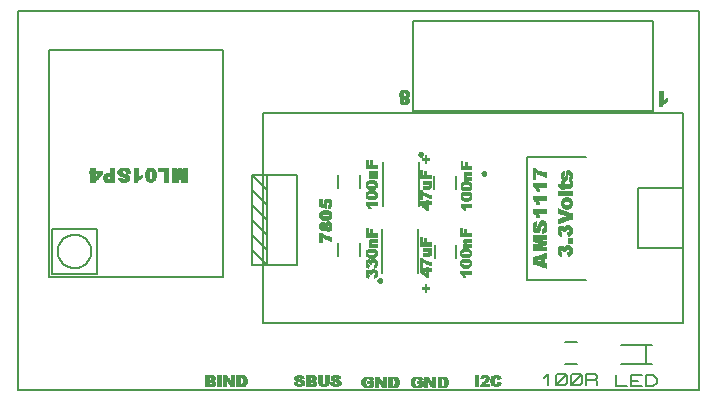
<source format=gbr>
G04 PROTEUS GERBER X2 FILE*
%TF.GenerationSoftware,Labcenter,Proteus,8.15-SP1-Build34318*%
%TF.CreationDate,2024-05-26T10:12:06+00:00*%
%TF.FileFunction,Legend,Top*%
%TF.FilePolarity,Positive*%
%TF.Part,Single*%
%TF.SameCoordinates,{c1c5c1e2-d9f3-4829-891e-9e67f3fcbee4}*%
%FSLAX45Y45*%
%MOMM*%
G01*
%TA.AperFunction,Profile*%
%ADD23C,0.203200*%
%TA.AperFunction,Material*%
%ADD26C,0.203200*%
%ADD27C,0.250000*%
%ADD28C,0.200000*%
%TA.AperFunction,NonMaterial*%
%ADD29C,0.063500*%
%TD.AperFunction*%
D23*
X-4859022Y-1330960D02*
X+902970Y-1330960D01*
X+902970Y+1882140D01*
X-4859022Y+1882140D01*
X-4859022Y-1330960D01*
D26*
X-2787650Y-764540D02*
X+768350Y-764540D01*
X+768350Y+1013460D01*
X-2787650Y+1013460D01*
X-2787650Y-764540D01*
X+387350Y-129540D02*
X+768350Y-129540D01*
X+768350Y+378460D01*
X+387350Y+378460D01*
X+387350Y-129540D01*
X-1518920Y+1032510D02*
X+513080Y+1032510D01*
X+513080Y+1794510D01*
X-1518920Y+1794510D01*
X-1518920Y+1032510D01*
X-4595757Y-371813D02*
X-3122257Y-371813D01*
X-3122257Y+1550687D01*
X-4595757Y+1550687D01*
X-4595757Y-371813D01*
X-4571957Y-346693D02*
X-4190957Y-346693D01*
X-4190957Y+34307D01*
X-4571957Y+34307D01*
X-4571957Y-346693D01*
X-4239467Y-156193D02*
X-4239943Y-144578D01*
X-4243809Y-121346D01*
X-4251889Y-98114D01*
X-4265054Y-74882D01*
X-4285196Y-51814D01*
X-4308428Y-34423D01*
X-4331660Y-23222D01*
X-4354892Y-16710D01*
X-4378124Y-14242D01*
X-4381457Y-14203D01*
X-4523447Y-156193D02*
X-4522971Y-144578D01*
X-4519105Y-121346D01*
X-4511025Y-98114D01*
X-4497860Y-74882D01*
X-4477718Y-51814D01*
X-4454486Y-34423D01*
X-4431254Y-23222D01*
X-4408022Y-16710D01*
X-4384790Y-14242D01*
X-4381457Y-14203D01*
X-4523447Y-156193D02*
X-4522971Y-167808D01*
X-4519105Y-191040D01*
X-4511025Y-214272D01*
X-4497860Y-237504D01*
X-4477718Y-260572D01*
X-4454486Y-277963D01*
X-4431254Y-289164D01*
X-4408022Y-295676D01*
X-4384790Y-298144D01*
X-4381457Y-298183D01*
X-4239467Y-156193D02*
X-4239943Y-167808D01*
X-4243809Y-191040D01*
X-4251889Y-214272D01*
X-4265054Y-237504D01*
X-4285196Y-260572D01*
X-4308428Y-277963D01*
X-4331660Y-289164D01*
X-4354892Y-295676D01*
X-4378124Y-298144D01*
X-4381457Y-298183D01*
D27*
X-903650Y+504460D02*
X-903693Y+505499D01*
X-904045Y+507578D01*
X-904782Y+509657D01*
X-905986Y+511736D01*
X-907827Y+513786D01*
X-909906Y+515289D01*
X-911985Y+516246D01*
X-914064Y+516785D01*
X-916143Y+516960D01*
X-916150Y+516960D01*
X-928650Y+504460D02*
X-928607Y+505499D01*
X-928255Y+507578D01*
X-927518Y+509657D01*
X-926314Y+511736D01*
X-924473Y+513786D01*
X-922394Y+515289D01*
X-920315Y+516246D01*
X-918236Y+516785D01*
X-916157Y+516960D01*
X-916150Y+516960D01*
X-928650Y+504460D02*
X-928607Y+503421D01*
X-928255Y+501342D01*
X-927518Y+499263D01*
X-926314Y+497184D01*
X-924473Y+495134D01*
X-922394Y+493631D01*
X-920315Y+492674D01*
X-918236Y+492135D01*
X-916157Y+491960D01*
X-916150Y+491960D01*
X-903650Y+504460D02*
X-903693Y+503421D01*
X-904045Y+501342D01*
X-904782Y+499263D01*
X-905986Y+497184D01*
X-907827Y+495134D01*
X-909906Y+493631D01*
X-911985Y+492674D01*
X-914064Y+492135D01*
X-916143Y+491960D01*
X-916150Y+491960D01*
D28*
X-53650Y-395540D02*
X-553650Y-395540D01*
X-553650Y+644460D01*
X-53650Y+644460D01*
D26*
X-2749550Y-266700D02*
X-2495550Y-266700D01*
X-2495550Y+495300D01*
X-2749550Y+495300D01*
X-2749550Y-266700D01*
X-2876550Y-266700D01*
X-2876550Y+495300D01*
X-2749550Y+495300D01*
X-2749550Y-266700D02*
X-2876550Y-139700D01*
X-2749550Y-139700D02*
X-2876550Y-12700D01*
X-2749550Y-12700D02*
X-2876550Y+114300D01*
X-2749550Y+114300D02*
X-2876550Y+241300D01*
X-2749550Y+241300D02*
X-2876550Y+368300D01*
X-2749550Y+368300D02*
X-2876550Y+495300D01*
D27*
X-1784370Y-402180D02*
X-1784413Y-401141D01*
X-1784765Y-399062D01*
X-1785502Y-396983D01*
X-1786706Y-394904D01*
X-1788547Y-392854D01*
X-1790626Y-391351D01*
X-1792705Y-390394D01*
X-1794784Y-389855D01*
X-1796863Y-389680D01*
X-1796870Y-389680D01*
X-1809370Y-402180D02*
X-1809327Y-401141D01*
X-1808975Y-399062D01*
X-1808238Y-396983D01*
X-1807034Y-394904D01*
X-1805193Y-392854D01*
X-1803114Y-391351D01*
X-1801035Y-390394D01*
X-1798956Y-389855D01*
X-1796877Y-389680D01*
X-1796870Y-389680D01*
X-1809370Y-402180D02*
X-1809327Y-403219D01*
X-1808975Y-405298D01*
X-1808238Y-407377D01*
X-1807034Y-409456D01*
X-1805193Y-411506D01*
X-1803114Y-413009D01*
X-1801035Y-413966D01*
X-1798956Y-414505D01*
X-1796877Y-414680D01*
X-1796870Y-414680D01*
X-1784370Y-402180D02*
X-1784413Y-403219D01*
X-1784765Y-405298D01*
X-1785502Y-407377D01*
X-1786706Y-409456D01*
X-1788547Y-411506D01*
X-1790626Y-413009D01*
X-1792705Y-413966D01*
X-1794784Y-414505D01*
X-1796863Y-414680D01*
X-1796870Y-414680D01*
D28*
X-1779370Y-337180D02*
X-1779370Y+32820D01*
X-1474370Y-337180D02*
X-1474370Y+32820D01*
D27*
X-1439290Y+666340D02*
X-1439333Y+667379D01*
X-1439685Y+669458D01*
X-1440422Y+671537D01*
X-1441626Y+673616D01*
X-1443467Y+675666D01*
X-1445546Y+677169D01*
X-1447625Y+678126D01*
X-1449704Y+678665D01*
X-1451783Y+678840D01*
X-1451790Y+678840D01*
X-1464290Y+666340D02*
X-1464247Y+667379D01*
X-1463895Y+669458D01*
X-1463158Y+671537D01*
X-1461954Y+673616D01*
X-1460113Y+675666D01*
X-1458034Y+677169D01*
X-1455955Y+678126D01*
X-1453876Y+678665D01*
X-1451797Y+678840D01*
X-1451790Y+678840D01*
X-1464290Y+666340D02*
X-1464247Y+665301D01*
X-1463895Y+663222D01*
X-1463158Y+661143D01*
X-1461954Y+659064D01*
X-1460113Y+657014D01*
X-1458034Y+655511D01*
X-1455955Y+654554D01*
X-1453876Y+654015D01*
X-1451797Y+653840D01*
X-1451790Y+653840D01*
X-1439290Y+666340D02*
X-1439333Y+665301D01*
X-1439685Y+663222D01*
X-1440422Y+661143D01*
X-1441626Y+659064D01*
X-1443467Y+657014D01*
X-1445546Y+655511D01*
X-1447625Y+654554D01*
X-1449704Y+654015D01*
X-1451783Y+653840D01*
X-1451790Y+653840D01*
D28*
X-1469290Y+601340D02*
X-1469290Y+231340D01*
X-1774290Y+601340D02*
X-1774290Y+231340D01*
X-1335870Y+479040D02*
X-1335870Y+369040D01*
X-1155870Y+479040D02*
X-1155870Y+369040D01*
X-1150790Y-214880D02*
X-1150790Y-104880D01*
X-1330790Y-214880D02*
X-1330790Y-104880D01*
X-2148670Y-84840D02*
X-2148670Y-194840D01*
X-1968670Y-84840D02*
X-1968670Y-194840D01*
X-1968670Y+379480D02*
X-1968670Y+489480D01*
X-2148670Y+379480D02*
X-2148670Y+489480D01*
D29*
X-2501900Y-1295400D02*
X-2461260Y-1295400D01*
X-2420620Y-1295400D02*
X-2349500Y-1295400D01*
X-2293620Y-1295400D02*
X-2252980Y-1295400D01*
X-2192020Y-1295400D02*
X-2151380Y-1295400D01*
X-2512060Y-1290320D02*
X-2451100Y-1290320D01*
X-2420620Y-1290320D02*
X-2344420Y-1290320D01*
X-2303780Y-1290320D02*
X-2242820Y-1290320D01*
X-2202180Y-1290320D02*
X-2141220Y-1290320D01*
X-2517140Y-1285240D02*
X-2440940Y-1285240D01*
X-2420620Y-1285240D02*
X-2339340Y-1285240D01*
X-2308860Y-1285240D02*
X-2237740Y-1285240D01*
X-2207260Y-1285240D02*
X-2131060Y-1285240D01*
X-2522220Y-1280160D02*
X-2440940Y-1280160D01*
X-2420620Y-1280160D02*
X-2334260Y-1280160D01*
X-2313940Y-1280160D02*
X-2232660Y-1280160D01*
X-2212340Y-1280160D02*
X-2131060Y-1280160D01*
X-2527300Y-1275080D02*
X-2491740Y-1275080D01*
X-2471420Y-1275080D02*
X-2435860Y-1275080D01*
X-2420620Y-1275080D02*
X-2390140Y-1275080D01*
X-2364740Y-1275080D02*
X-2334260Y-1275080D01*
X-2313940Y-1275080D02*
X-2283460Y-1275080D01*
X-2263140Y-1275080D02*
X-2232660Y-1275080D01*
X-2217420Y-1275080D02*
X-2181860Y-1275080D01*
X-2161540Y-1275080D02*
X-2125980Y-1275080D01*
X-2527300Y-1270000D02*
X-2496820Y-1270000D01*
X-2466340Y-1270000D02*
X-2435860Y-1270000D01*
X-2420620Y-1270000D02*
X-2390140Y-1270000D01*
X-2364740Y-1270000D02*
X-2334260Y-1270000D01*
X-2319020Y-1270000D02*
X-2288540Y-1270000D01*
X-2258060Y-1270000D02*
X-2227580Y-1270000D01*
X-2217420Y-1270000D02*
X-2186940Y-1270000D01*
X-2156460Y-1270000D02*
X-2125980Y-1270000D01*
X-2527300Y-1264920D02*
X-2496820Y-1264920D01*
X-2466340Y-1264920D02*
X-2435860Y-1264920D01*
X-2420620Y-1264920D02*
X-2390140Y-1264920D01*
X-2364740Y-1264920D02*
X-2334260Y-1264920D01*
X-2319020Y-1264920D02*
X-2288540Y-1264920D01*
X-2258060Y-1264920D02*
X-2227580Y-1264920D01*
X-2217420Y-1264920D02*
X-2186940Y-1264920D01*
X-2156460Y-1264920D02*
X-2125980Y-1264920D01*
X-2476500Y-1259840D02*
X-2435860Y-1259840D01*
X-2420620Y-1259840D02*
X-2339340Y-1259840D01*
X-2319020Y-1259840D02*
X-2288540Y-1259840D01*
X-2258060Y-1259840D02*
X-2227580Y-1259840D01*
X-2166620Y-1259840D02*
X-2125980Y-1259840D01*
X-2496820Y-1254760D02*
X-2440940Y-1254760D01*
X-2420620Y-1254760D02*
X-2344420Y-1254760D01*
X-2319020Y-1254760D02*
X-2288540Y-1254760D01*
X-2258060Y-1254760D02*
X-2227580Y-1254760D01*
X-2186940Y-1254760D02*
X-2131060Y-1254760D01*
X-2506980Y-1249680D02*
X-2440940Y-1249680D01*
X-2420620Y-1249680D02*
X-2354580Y-1249680D01*
X-2319020Y-1249680D02*
X-2288540Y-1249680D01*
X-2258060Y-1249680D02*
X-2227580Y-1249680D01*
X-2197100Y-1249680D02*
X-2131060Y-1249680D01*
X-2517140Y-1244600D02*
X-2451100Y-1244600D01*
X-2420620Y-1244600D02*
X-2344420Y-1244600D01*
X-2319020Y-1244600D02*
X-2288540Y-1244600D01*
X-2258060Y-1244600D02*
X-2227580Y-1244600D01*
X-2207260Y-1244600D02*
X-2141220Y-1244600D01*
X-2522220Y-1239520D02*
X-2461260Y-1239520D01*
X-2420620Y-1239520D02*
X-2390140Y-1239520D01*
X-2369820Y-1239520D02*
X-2344420Y-1239520D01*
X-2319020Y-1239520D02*
X-2288540Y-1239520D01*
X-2258060Y-1239520D02*
X-2227580Y-1239520D01*
X-2212340Y-1239520D02*
X-2151380Y-1239520D01*
X-2522220Y-1234440D02*
X-2486660Y-1234440D01*
X-2420620Y-1234440D02*
X-2390140Y-1234440D01*
X-2369820Y-1234440D02*
X-2339340Y-1234440D01*
X-2319020Y-1234440D02*
X-2288540Y-1234440D01*
X-2258060Y-1234440D02*
X-2227580Y-1234440D01*
X-2212340Y-1234440D02*
X-2176780Y-1234440D01*
X-2522220Y-1229360D02*
X-2491740Y-1229360D01*
X-2471420Y-1229360D02*
X-2440940Y-1229360D01*
X-2420620Y-1229360D02*
X-2390140Y-1229360D01*
X-2369820Y-1229360D02*
X-2339340Y-1229360D01*
X-2319020Y-1229360D02*
X-2288540Y-1229360D01*
X-2258060Y-1229360D02*
X-2227580Y-1229360D01*
X-2212340Y-1229360D02*
X-2181860Y-1229360D01*
X-2161540Y-1229360D02*
X-2131060Y-1229360D01*
X-2522220Y-1224280D02*
X-2491740Y-1224280D01*
X-2476500Y-1224280D02*
X-2440940Y-1224280D01*
X-2420620Y-1224280D02*
X-2390140Y-1224280D01*
X-2369820Y-1224280D02*
X-2339340Y-1224280D01*
X-2319020Y-1224280D02*
X-2288540Y-1224280D01*
X-2258060Y-1224280D02*
X-2227580Y-1224280D01*
X-2212340Y-1224280D02*
X-2181860Y-1224280D01*
X-2166620Y-1224280D02*
X-2131060Y-1224280D01*
X-2522220Y-1219200D02*
X-2446020Y-1219200D01*
X-2420620Y-1219200D02*
X-2339340Y-1219200D01*
X-2319020Y-1219200D02*
X-2288540Y-1219200D01*
X-2258060Y-1219200D02*
X-2227580Y-1219200D01*
X-2212340Y-1219200D02*
X-2136140Y-1219200D01*
X-2517140Y-1214120D02*
X-2446020Y-1214120D01*
X-2420620Y-1214120D02*
X-2344420Y-1214120D01*
X-2319020Y-1214120D02*
X-2288540Y-1214120D01*
X-2258060Y-1214120D02*
X-2227580Y-1214120D01*
X-2207260Y-1214120D02*
X-2136140Y-1214120D01*
X-2512060Y-1209040D02*
X-2451100Y-1209040D01*
X-2420620Y-1209040D02*
X-2344420Y-1209040D01*
X-2319020Y-1209040D02*
X-2288540Y-1209040D01*
X-2258060Y-1209040D02*
X-2227580Y-1209040D01*
X-2202180Y-1209040D02*
X-2141220Y-1209040D01*
X-2501900Y-1203960D02*
X-2461260Y-1203960D01*
X-2420620Y-1203960D02*
X-2354580Y-1203960D01*
X-2319020Y-1203960D02*
X-2288540Y-1203960D01*
X-2258060Y-1203960D02*
X-2227580Y-1203960D01*
X-2192020Y-1203960D02*
X-2151380Y-1203960D01*
X-1506220Y-1306830D02*
X-1460500Y-1306830D01*
X-1419860Y-1306830D02*
X-1394460Y-1306830D01*
X-1353820Y-1306830D02*
X-1328420Y-1306830D01*
X-1308100Y-1306830D02*
X-1247140Y-1306830D01*
X-1516380Y-1301750D02*
X-1450340Y-1301750D01*
X-1419860Y-1301750D02*
X-1394460Y-1301750D01*
X-1358900Y-1301750D02*
X-1328420Y-1301750D01*
X-1308100Y-1301750D02*
X-1236980Y-1301750D01*
X-1521460Y-1296670D02*
X-1440180Y-1296670D01*
X-1419860Y-1296670D02*
X-1394460Y-1296670D01*
X-1363980Y-1296670D02*
X-1328420Y-1296670D01*
X-1308100Y-1296670D02*
X-1231900Y-1296670D01*
X-1526540Y-1291590D02*
X-1435100Y-1291590D01*
X-1419860Y-1291590D02*
X-1394460Y-1291590D01*
X-1369060Y-1291590D02*
X-1328420Y-1291590D01*
X-1308100Y-1291590D02*
X-1226820Y-1291590D01*
X-1531620Y-1286510D02*
X-1496060Y-1286510D01*
X-1470660Y-1286510D02*
X-1435100Y-1286510D01*
X-1419860Y-1286510D02*
X-1394460Y-1286510D01*
X-1369060Y-1286510D02*
X-1328420Y-1286510D01*
X-1308100Y-1286510D02*
X-1277620Y-1286510D01*
X-1257300Y-1286510D02*
X-1226820Y-1286510D01*
X-1531620Y-1281430D02*
X-1501140Y-1281430D01*
X-1465580Y-1281430D02*
X-1435100Y-1281430D01*
X-1419860Y-1281430D02*
X-1394460Y-1281430D01*
X-1374140Y-1281430D02*
X-1328420Y-1281430D01*
X-1308100Y-1281430D02*
X-1277620Y-1281430D01*
X-1257300Y-1281430D02*
X-1221740Y-1281430D01*
X-1536700Y-1276350D02*
X-1506220Y-1276350D01*
X-1465580Y-1276350D02*
X-1435100Y-1276350D01*
X-1419860Y-1276350D02*
X-1394460Y-1276350D01*
X-1379220Y-1276350D02*
X-1328420Y-1276350D01*
X-1308100Y-1276350D02*
X-1277620Y-1276350D01*
X-1252220Y-1276350D02*
X-1221740Y-1276350D01*
X-1536700Y-1271270D02*
X-1506220Y-1271270D01*
X-1485900Y-1271270D02*
X-1435100Y-1271270D01*
X-1419860Y-1271270D02*
X-1394460Y-1271270D01*
X-1379220Y-1271270D02*
X-1328420Y-1271270D01*
X-1308100Y-1271270D02*
X-1277620Y-1271270D01*
X-1252220Y-1271270D02*
X-1221740Y-1271270D01*
X-1536700Y-1266190D02*
X-1506220Y-1266190D01*
X-1485900Y-1266190D02*
X-1435100Y-1266190D01*
X-1419860Y-1266190D02*
X-1394460Y-1266190D01*
X-1384300Y-1266190D02*
X-1328420Y-1266190D01*
X-1308100Y-1266190D02*
X-1277620Y-1266190D01*
X-1252220Y-1266190D02*
X-1221740Y-1266190D01*
X-1536700Y-1261110D02*
X-1506220Y-1261110D01*
X-1485900Y-1261110D02*
X-1435100Y-1261110D01*
X-1419860Y-1261110D02*
X-1394460Y-1261110D01*
X-1389380Y-1261110D02*
X-1358900Y-1261110D01*
X-1353820Y-1261110D02*
X-1328420Y-1261110D01*
X-1308100Y-1261110D02*
X-1277620Y-1261110D01*
X-1252220Y-1261110D02*
X-1221740Y-1261110D01*
X-1536700Y-1256030D02*
X-1506220Y-1256030D01*
X-1485900Y-1256030D02*
X-1435100Y-1256030D01*
X-1419860Y-1256030D02*
X-1363980Y-1256030D01*
X-1353820Y-1256030D02*
X-1328420Y-1256030D01*
X-1308100Y-1256030D02*
X-1277620Y-1256030D01*
X-1252220Y-1256030D02*
X-1221740Y-1256030D01*
X-1536700Y-1250950D02*
X-1506220Y-1250950D01*
X-1419860Y-1250950D02*
X-1369060Y-1250950D01*
X-1353820Y-1250950D02*
X-1328420Y-1250950D01*
X-1308100Y-1250950D02*
X-1277620Y-1250950D01*
X-1252220Y-1250950D02*
X-1221740Y-1250950D01*
X-1536700Y-1245870D02*
X-1506220Y-1245870D01*
X-1419860Y-1245870D02*
X-1369060Y-1245870D01*
X-1353820Y-1245870D02*
X-1328420Y-1245870D01*
X-1308100Y-1245870D02*
X-1277620Y-1245870D01*
X-1252220Y-1245870D02*
X-1221740Y-1245870D01*
X-1531620Y-1240790D02*
X-1501140Y-1240790D01*
X-1465580Y-1240790D02*
X-1450340Y-1240790D01*
X-1419860Y-1240790D02*
X-1374140Y-1240790D01*
X-1353820Y-1240790D02*
X-1328420Y-1240790D01*
X-1308100Y-1240790D02*
X-1277620Y-1240790D01*
X-1257300Y-1240790D02*
X-1226820Y-1240790D01*
X-1531620Y-1235710D02*
X-1496060Y-1235710D01*
X-1470660Y-1235710D02*
X-1435100Y-1235710D01*
X-1419860Y-1235710D02*
X-1379220Y-1235710D01*
X-1353820Y-1235710D02*
X-1328420Y-1235710D01*
X-1308100Y-1235710D02*
X-1277620Y-1235710D01*
X-1262380Y-1235710D02*
X-1226820Y-1235710D01*
X-1526540Y-1230630D02*
X-1440180Y-1230630D01*
X-1419860Y-1230630D02*
X-1384300Y-1230630D01*
X-1353820Y-1230630D02*
X-1328420Y-1230630D01*
X-1308100Y-1230630D02*
X-1226820Y-1230630D01*
X-1521460Y-1225550D02*
X-1440180Y-1225550D01*
X-1419860Y-1225550D02*
X-1384300Y-1225550D01*
X-1353820Y-1225550D02*
X-1328420Y-1225550D01*
X-1308100Y-1225550D02*
X-1231900Y-1225550D01*
X-1516380Y-1220470D02*
X-1445260Y-1220470D01*
X-1419860Y-1220470D02*
X-1389380Y-1220470D01*
X-1353820Y-1220470D02*
X-1328420Y-1220470D01*
X-1308100Y-1220470D02*
X-1236980Y-1220470D01*
X-1506220Y-1215390D02*
X-1455420Y-1215390D01*
X-1419860Y-1215390D02*
X-1394460Y-1215390D01*
X-1353820Y-1215390D02*
X-1328420Y-1215390D01*
X-1308100Y-1215390D02*
X-1247140Y-1215390D01*
X+567014Y+1078230D02*
X+567014Y+1200150D01*
X+572094Y+1078230D02*
X+572094Y+1200150D01*
X+577174Y+1078230D02*
X+577174Y+1200150D01*
X+582254Y+1078230D02*
X+582254Y+1200150D01*
X+587334Y+1078230D02*
X+587334Y+1200150D01*
X+592414Y+1078230D02*
X+592414Y+1200150D01*
X+597494Y+1088390D02*
X+597494Y+1200150D01*
X+602574Y+1093470D02*
X+602574Y+1123950D01*
X+607654Y+1098550D02*
X+607654Y+1129030D01*
X+612734Y+1103630D02*
X+612734Y+1129030D01*
X+617814Y+1103630D02*
X+617814Y+1134110D01*
X+622894Y+1108710D02*
X+622894Y+1134110D01*
X+627974Y+1108710D02*
X+627974Y+1139190D01*
X+633054Y+1113790D02*
X+633054Y+1139190D01*
X-1635166Y+1162050D02*
X-1635166Y+1187450D01*
X-1630086Y+1111250D02*
X-1630086Y+1131570D01*
X-1630086Y+1156970D02*
X-1630086Y+1197610D01*
X-1625006Y+1101090D02*
X-1625006Y+1141730D01*
X-1625006Y+1151890D02*
X-1625006Y+1202690D01*
X-1619926Y+1096010D02*
X-1619926Y+1207770D01*
X-1614846Y+1096010D02*
X-1614846Y+1207770D01*
X-1609766Y+1090930D02*
X-1609766Y+1212850D01*
X-1604686Y+1090930D02*
X-1604686Y+1212850D01*
X-1599606Y+1090930D02*
X-1599606Y+1162050D01*
X-1599606Y+1187450D02*
X-1599606Y+1212850D01*
X-1594526Y+1090930D02*
X-1594526Y+1111250D01*
X-1594526Y+1136650D02*
X-1594526Y+1156970D01*
X-1594526Y+1192530D02*
X-1594526Y+1212850D01*
X-1589446Y+1090930D02*
X-1589446Y+1111250D01*
X-1589446Y+1136650D02*
X-1589446Y+1156970D01*
X-1589446Y+1192530D02*
X-1589446Y+1212850D01*
X-1584366Y+1090930D02*
X-1584366Y+1162050D01*
X-1584366Y+1187450D02*
X-1584366Y+1212850D01*
X-1579286Y+1090930D02*
X-1579286Y+1212850D01*
X-1574206Y+1090930D02*
X-1574206Y+1212850D01*
X-1569126Y+1096010D02*
X-1569126Y+1207770D01*
X-1564046Y+1096010D02*
X-1564046Y+1207770D01*
X-1558966Y+1101090D02*
X-1558966Y+1141730D01*
X-1558966Y+1151890D02*
X-1558966Y+1202690D01*
X-1553886Y+1111250D02*
X-1553886Y+1131570D01*
X-1553886Y+1156970D02*
X-1553886Y+1197610D01*
X-1548806Y+1162050D02*
X-1548806Y+1192530D01*
X-2310130Y-78740D02*
X-2310130Y+2540D01*
X-2310130Y+43180D02*
X-2310130Y+73660D01*
X-2310130Y+139700D02*
X-2310130Y+170180D01*
X-2310130Y+226060D02*
X-2310130Y+287020D01*
X-2305050Y-78740D02*
X-2305050Y+2540D01*
X-2305050Y+33020D02*
X-2305050Y+83820D01*
X-2305050Y+129540D02*
X-2305050Y+180340D01*
X-2305050Y+226060D02*
X-2305050Y+287020D01*
X-2299970Y-78740D02*
X-2299970Y+2540D01*
X-2299970Y+27940D02*
X-2299970Y+88900D01*
X-2299970Y+124460D02*
X-2299970Y+185420D01*
X-2299970Y+226060D02*
X-2299970Y+287020D01*
X-2294890Y-78740D02*
X-2294890Y+2540D01*
X-2294890Y+22860D02*
X-2294890Y+93980D01*
X-2294890Y+119380D02*
X-2294890Y+190500D01*
X-2294890Y+220980D02*
X-2294890Y+287020D01*
X-2289810Y-78740D02*
X-2289810Y+2540D01*
X-2289810Y+22860D02*
X-2289810Y+53340D01*
X-2289810Y+63500D02*
X-2289810Y+93980D01*
X-2289810Y+119380D02*
X-2289810Y+149860D01*
X-2289810Y+160020D02*
X-2289810Y+190500D01*
X-2289810Y+220980D02*
X-2289810Y+287020D01*
X-2284730Y-27940D02*
X-2284730Y-2540D01*
X-2284730Y+22860D02*
X-2284730Y+53340D01*
X-2284730Y+63500D02*
X-2284730Y+93980D01*
X-2284730Y+114300D02*
X-2284730Y+144780D01*
X-2284730Y+165100D02*
X-2284730Y+190500D01*
X-2284730Y+220980D02*
X-2284730Y+246380D01*
X-2279650Y-33020D02*
X-2279650Y-7620D01*
X-2279650Y+22860D02*
X-2279650Y+53340D01*
X-2279650Y+63500D02*
X-2279650Y+93980D01*
X-2279650Y+114300D02*
X-2279650Y+144780D01*
X-2279650Y+165100D02*
X-2279650Y+195580D01*
X-2279650Y+220980D02*
X-2279650Y+246380D01*
X-2274570Y-38100D02*
X-2274570Y-12700D01*
X-2274570Y+22860D02*
X-2274570Y+53340D01*
X-2274570Y+63500D02*
X-2274570Y+93980D01*
X-2274570Y+114300D02*
X-2274570Y+144780D01*
X-2274570Y+165100D02*
X-2274570Y+195580D01*
X-2274570Y+220980D02*
X-2274570Y+246380D01*
X-2274570Y+251460D02*
X-2274570Y+276860D01*
X-2269490Y-43180D02*
X-2269490Y-12700D01*
X-2269490Y+27940D02*
X-2269490Y+88900D01*
X-2269490Y+114300D02*
X-2269490Y+144780D01*
X-2269490Y+165100D02*
X-2269490Y+195580D01*
X-2269490Y+220980D02*
X-2269490Y+281940D01*
X-2264410Y-43180D02*
X-2264410Y-17780D01*
X-2264410Y+33020D02*
X-2264410Y+83820D01*
X-2264410Y+114300D02*
X-2264410Y+144780D01*
X-2264410Y+165100D02*
X-2264410Y+195580D01*
X-2264410Y+215900D02*
X-2264410Y+287020D01*
X-2259330Y-48260D02*
X-2259330Y-22860D01*
X-2259330Y+27940D02*
X-2259330Y+88900D01*
X-2259330Y+114300D02*
X-2259330Y+144780D01*
X-2259330Y+165100D02*
X-2259330Y+195580D01*
X-2259330Y+215900D02*
X-2259330Y+287020D01*
X-2254250Y-48260D02*
X-2254250Y-22860D01*
X-2254250Y+22860D02*
X-2254250Y+93980D01*
X-2254250Y+114300D02*
X-2254250Y+144780D01*
X-2254250Y+165100D02*
X-2254250Y+195580D01*
X-2254250Y+215900D02*
X-2254250Y+246380D01*
X-2254250Y+256540D02*
X-2254250Y+292100D01*
X-2249170Y-53340D02*
X-2249170Y-22860D01*
X-2249170Y+22860D02*
X-2249170Y+53340D01*
X-2249170Y+63500D02*
X-2249170Y+93980D01*
X-2249170Y+114300D02*
X-2249170Y+144780D01*
X-2249170Y+165100D02*
X-2249170Y+195580D01*
X-2249170Y+261620D02*
X-2249170Y+292100D01*
X-2244090Y-53340D02*
X-2244090Y-27940D01*
X-2244090Y+17780D02*
X-2244090Y+48260D01*
X-2244090Y+68580D02*
X-2244090Y+99060D01*
X-2244090Y+114300D02*
X-2244090Y+144780D01*
X-2244090Y+165100D02*
X-2244090Y+195580D01*
X-2244090Y+261620D02*
X-2244090Y+292100D01*
X-2239010Y-58420D02*
X-2239010Y-27940D01*
X-2239010Y+17780D02*
X-2239010Y+48260D01*
X-2239010Y+68580D02*
X-2239010Y+99060D01*
X-2239010Y+114300D02*
X-2239010Y+144780D01*
X-2239010Y+165100D02*
X-2239010Y+195580D01*
X-2239010Y+261620D02*
X-2239010Y+292100D01*
X-2233930Y-58420D02*
X-2233930Y-27940D01*
X-2233930Y+17780D02*
X-2233930Y+48260D01*
X-2233930Y+68580D02*
X-2233930Y+99060D01*
X-2233930Y+119380D02*
X-2233930Y+144780D01*
X-2233930Y+165100D02*
X-2233930Y+190500D01*
X-2233930Y+210820D02*
X-2233930Y+241300D01*
X-2233930Y+261620D02*
X-2233930Y+292100D01*
X-2228850Y-58420D02*
X-2228850Y-27940D01*
X-2228850Y+17780D02*
X-2228850Y+53340D01*
X-2228850Y+63500D02*
X-2228850Y+99060D01*
X-2228850Y+119380D02*
X-2228850Y+149860D01*
X-2228850Y+160020D02*
X-2228850Y+190500D01*
X-2228850Y+210820D02*
X-2228850Y+246380D01*
X-2228850Y+256540D02*
X-2228850Y+287020D01*
X-2223770Y-58420D02*
X-2223770Y-33020D01*
X-2223770Y+22860D02*
X-2223770Y+93980D01*
X-2223770Y+119380D02*
X-2223770Y+190500D01*
X-2223770Y+215900D02*
X-2223770Y+287020D01*
X-2218690Y-63500D02*
X-2218690Y-33020D01*
X-2218690Y+22860D02*
X-2218690Y+93980D01*
X-2218690Y+124460D02*
X-2218690Y+185420D01*
X-2218690Y+215900D02*
X-2218690Y+281940D01*
X-2213610Y-63500D02*
X-2213610Y-33020D01*
X-2213610Y+27940D02*
X-2213610Y+88900D01*
X-2213610Y+129540D02*
X-2213610Y+180340D01*
X-2213610Y+226060D02*
X-2213610Y+276860D01*
X-2208530Y-63500D02*
X-2208530Y-33020D01*
X-2208530Y+38100D02*
X-2208530Y+78740D01*
X-2208530Y+139700D02*
X-2208530Y+170180D01*
X-2208530Y+231140D02*
X-2208530Y+266700D01*
X-1916430Y-360680D02*
X-1916430Y-325120D01*
X-1916430Y-274320D02*
X-1916430Y-238760D01*
X-1916430Y-187960D02*
X-1916430Y-152400D01*
X-1916430Y-30480D02*
X-1916430Y+40640D01*
X-1911350Y-370840D02*
X-1911350Y-314960D01*
X-1911350Y-284480D02*
X-1911350Y-228600D01*
X-1911350Y-193040D02*
X-1911350Y-147320D01*
X-1911350Y-30480D02*
X-1911350Y+40640D01*
X-1906270Y-375920D02*
X-1906270Y-314960D01*
X-1906270Y-289560D02*
X-1906270Y-228600D01*
X-1906270Y-198120D02*
X-1906270Y-142240D01*
X-1906270Y-30480D02*
X-1906270Y+40640D01*
X-1901190Y-375920D02*
X-1901190Y-350520D01*
X-1901190Y-335280D02*
X-1901190Y-309880D01*
X-1901190Y-289560D02*
X-1901190Y-264160D01*
X-1901190Y-248920D02*
X-1901190Y-223520D01*
X-1901190Y-203200D02*
X-1901190Y-177800D01*
X-1901190Y-162560D02*
X-1901190Y-137160D01*
X-1901190Y-30480D02*
X-1901190Y+40640D01*
X-1896110Y-381000D02*
X-1896110Y-355600D01*
X-1896110Y-335280D02*
X-1896110Y-309880D01*
X-1896110Y-294640D02*
X-1896110Y-269240D01*
X-1896110Y-248920D02*
X-1896110Y-223520D01*
X-1896110Y-203200D02*
X-1896110Y-177800D01*
X-1896110Y-162560D02*
X-1896110Y-137160D01*
X-1896110Y-30480D02*
X-1896110Y+0D01*
X-1891030Y-365760D02*
X-1891030Y-355600D01*
X-1891030Y-335280D02*
X-1891030Y-309880D01*
X-1891030Y-279400D02*
X-1891030Y-269240D01*
X-1891030Y-248920D02*
X-1891030Y-223520D01*
X-1891030Y-208280D02*
X-1891030Y-182880D01*
X-1891030Y-157480D02*
X-1891030Y-132080D01*
X-1891030Y-116840D02*
X-1891030Y-91440D01*
X-1891030Y-81280D02*
X-1891030Y-60960D01*
X-1891030Y-30480D02*
X-1891030Y+0D01*
X-1885950Y-340360D02*
X-1885950Y-314960D01*
X-1885950Y-254000D02*
X-1885950Y-228600D01*
X-1885950Y-208280D02*
X-1885950Y-182880D01*
X-1885950Y-157480D02*
X-1885950Y-132080D01*
X-1885950Y-116840D02*
X-1885950Y-91440D01*
X-1885950Y-86360D02*
X-1885950Y-55880D01*
X-1885950Y-30480D02*
X-1885950Y+0D01*
X-1880870Y-350520D02*
X-1880870Y-314960D01*
X-1880870Y-264160D02*
X-1880870Y-228600D01*
X-1880870Y-208280D02*
X-1880870Y-182880D01*
X-1880870Y-157480D02*
X-1880870Y-132080D01*
X-1880870Y-116840D02*
X-1880870Y-50800D01*
X-1880870Y-30480D02*
X-1880870Y+35560D01*
X-1875790Y-350520D02*
X-1875790Y-320040D01*
X-1875790Y-264160D02*
X-1875790Y-233680D01*
X-1875790Y-208280D02*
X-1875790Y-182880D01*
X-1875790Y-157480D02*
X-1875790Y-132080D01*
X-1875790Y-116840D02*
X-1875790Y-50800D01*
X-1875790Y-30480D02*
X-1875790Y+35560D01*
X-1870710Y-350520D02*
X-1870710Y-309880D01*
X-1870710Y-264160D02*
X-1870710Y-223520D01*
X-1870710Y-208280D02*
X-1870710Y-182880D01*
X-1870710Y-157480D02*
X-1870710Y-132080D01*
X-1870710Y-116840D02*
X-1870710Y-86360D01*
X-1870710Y-76200D02*
X-1870710Y-50800D01*
X-1870710Y-30480D02*
X-1870710Y+35560D01*
X-1865630Y-335280D02*
X-1865630Y-304800D01*
X-1865630Y-248920D02*
X-1865630Y-218440D01*
X-1865630Y-208280D02*
X-1865630Y-182880D01*
X-1865630Y-157480D02*
X-1865630Y-132080D01*
X-1865630Y-116840D02*
X-1865630Y-91440D01*
X-1865630Y-76200D02*
X-1865630Y-50800D01*
X-1865630Y-30480D02*
X-1865630Y+35560D01*
X-1860550Y-330200D02*
X-1860550Y-304800D01*
X-1860550Y-243840D02*
X-1860550Y-218440D01*
X-1860550Y-208280D02*
X-1860550Y-182880D01*
X-1860550Y-157480D02*
X-1860550Y-132080D01*
X-1860550Y-116840D02*
X-1860550Y-91440D01*
X-1860550Y-76200D02*
X-1860550Y-50800D01*
X-1860550Y-30480D02*
X-1860550Y+0D01*
X-1855470Y-330200D02*
X-1855470Y-304800D01*
X-1855470Y-243840D02*
X-1855470Y-218440D01*
X-1855470Y-208280D02*
X-1855470Y-182880D01*
X-1855470Y-157480D02*
X-1855470Y-132080D01*
X-1855470Y-116840D02*
X-1855470Y-91440D01*
X-1855470Y-76200D02*
X-1855470Y-50800D01*
X-1855470Y-30480D02*
X-1855470Y+0D01*
X-1850390Y-370840D02*
X-1850390Y-355600D01*
X-1850390Y-330200D02*
X-1850390Y-304800D01*
X-1850390Y-284480D02*
X-1850390Y-269240D01*
X-1850390Y-243840D02*
X-1850390Y-218440D01*
X-1850390Y-208280D02*
X-1850390Y-182880D01*
X-1850390Y-157480D02*
X-1850390Y-132080D01*
X-1850390Y-116840D02*
X-1850390Y-91440D01*
X-1850390Y-76200D02*
X-1850390Y-50800D01*
X-1850390Y-30480D02*
X-1850390Y+0D01*
X-1845310Y-381000D02*
X-1845310Y-355600D01*
X-1845310Y-330200D02*
X-1845310Y-304800D01*
X-1845310Y-294640D02*
X-1845310Y-269240D01*
X-1845310Y-243840D02*
X-1845310Y-218440D01*
X-1845310Y-203200D02*
X-1845310Y-177800D01*
X-1845310Y-162560D02*
X-1845310Y-137160D01*
X-1845310Y-116840D02*
X-1845310Y-91440D01*
X-1845310Y-76200D02*
X-1845310Y-50800D01*
X-1845310Y-30480D02*
X-1845310Y+0D01*
X-1840230Y-375920D02*
X-1840230Y-350520D01*
X-1840230Y-335280D02*
X-1840230Y-309880D01*
X-1840230Y-289560D02*
X-1840230Y-264160D01*
X-1840230Y-248920D02*
X-1840230Y-223520D01*
X-1840230Y-203200D02*
X-1840230Y-177800D01*
X-1840230Y-162560D02*
X-1840230Y-137160D01*
X-1840230Y-116840D02*
X-1840230Y-91440D01*
X-1840230Y-76200D02*
X-1840230Y-50800D01*
X-1840230Y-30480D02*
X-1840230Y+0D01*
X-1835150Y-375920D02*
X-1835150Y-309880D01*
X-1835150Y-289560D02*
X-1835150Y-223520D01*
X-1835150Y-198120D02*
X-1835150Y-142240D01*
X-1835150Y-116840D02*
X-1835150Y-91440D01*
X-1835150Y-76200D02*
X-1835150Y-50800D01*
X-1835150Y-30480D02*
X-1835150Y+0D01*
X-1830070Y-370840D02*
X-1830070Y-314960D01*
X-1830070Y-284480D02*
X-1830070Y-228600D01*
X-1830070Y-193040D02*
X-1830070Y-142240D01*
X-1830070Y-116840D02*
X-1830070Y-91440D01*
X-1830070Y-76200D02*
X-1830070Y-50800D01*
X-1830070Y-30480D02*
X-1830070Y+0D01*
X-1824990Y-360680D02*
X-1824990Y-325120D01*
X-1824990Y-274320D02*
X-1824990Y-238760D01*
X-1824990Y-187960D02*
X-1824990Y-152400D01*
X-1824990Y-116840D02*
X-1824990Y-91440D01*
X-1824990Y-76200D02*
X-1824990Y-50800D01*
X-1824990Y-30480D02*
X-1824990Y+0D01*
X-1916430Y+238760D02*
X-1916430Y+259080D01*
X-1916430Y+304800D02*
X-1916430Y+340360D01*
X-1916430Y+391160D02*
X-1916430Y+426720D01*
X-1916430Y+548640D02*
X-1916430Y+619760D01*
X-1911350Y+233680D02*
X-1911350Y+259080D01*
X-1911350Y+299720D02*
X-1911350Y+345440D01*
X-1911350Y+386080D02*
X-1911350Y+431800D01*
X-1911350Y+548640D02*
X-1911350Y+619760D01*
X-1906270Y+228600D02*
X-1906270Y+259080D01*
X-1906270Y+294640D02*
X-1906270Y+350520D01*
X-1906270Y+381000D02*
X-1906270Y+436880D01*
X-1906270Y+548640D02*
X-1906270Y+619760D01*
X-1901190Y+223520D02*
X-1901190Y+259080D01*
X-1901190Y+289560D02*
X-1901190Y+314960D01*
X-1901190Y+330200D02*
X-1901190Y+355600D01*
X-1901190Y+375920D02*
X-1901190Y+401320D01*
X-1901190Y+416560D02*
X-1901190Y+441960D01*
X-1901190Y+548640D02*
X-1901190Y+619760D01*
X-1896110Y+213360D02*
X-1896110Y+259080D01*
X-1896110Y+289560D02*
X-1896110Y+314960D01*
X-1896110Y+330200D02*
X-1896110Y+355600D01*
X-1896110Y+375920D02*
X-1896110Y+401320D01*
X-1896110Y+416560D02*
X-1896110Y+441960D01*
X-1896110Y+548640D02*
X-1896110Y+579120D01*
X-1891030Y+208280D02*
X-1891030Y+259080D01*
X-1891030Y+284480D02*
X-1891030Y+309880D01*
X-1891030Y+335280D02*
X-1891030Y+360680D01*
X-1891030Y+370840D02*
X-1891030Y+396240D01*
X-1891030Y+421640D02*
X-1891030Y+447040D01*
X-1891030Y+462280D02*
X-1891030Y+487680D01*
X-1891030Y+497840D02*
X-1891030Y+518160D01*
X-1891030Y+548640D02*
X-1891030Y+579120D01*
X-1885950Y+208280D02*
X-1885950Y+259080D01*
X-1885950Y+284480D02*
X-1885950Y+309880D01*
X-1885950Y+335280D02*
X-1885950Y+360680D01*
X-1885950Y+370840D02*
X-1885950Y+396240D01*
X-1885950Y+421640D02*
X-1885950Y+447040D01*
X-1885950Y+462280D02*
X-1885950Y+487680D01*
X-1885950Y+492760D02*
X-1885950Y+523240D01*
X-1885950Y+548640D02*
X-1885950Y+579120D01*
X-1880870Y+208280D02*
X-1880870Y+223520D01*
X-1880870Y+233680D02*
X-1880870Y+259080D01*
X-1880870Y+284480D02*
X-1880870Y+309880D01*
X-1880870Y+335280D02*
X-1880870Y+360680D01*
X-1880870Y+370840D02*
X-1880870Y+396240D01*
X-1880870Y+421640D02*
X-1880870Y+447040D01*
X-1880870Y+462280D02*
X-1880870Y+528320D01*
X-1880870Y+548640D02*
X-1880870Y+614680D01*
X-1875790Y+208280D02*
X-1875790Y+213360D01*
X-1875790Y+233680D02*
X-1875790Y+259080D01*
X-1875790Y+284480D02*
X-1875790Y+309880D01*
X-1875790Y+335280D02*
X-1875790Y+360680D01*
X-1875790Y+370840D02*
X-1875790Y+396240D01*
X-1875790Y+421640D02*
X-1875790Y+447040D01*
X-1875790Y+462280D02*
X-1875790Y+528320D01*
X-1875790Y+548640D02*
X-1875790Y+614680D01*
X-1870710Y+233680D02*
X-1870710Y+259080D01*
X-1870710Y+284480D02*
X-1870710Y+309880D01*
X-1870710Y+335280D02*
X-1870710Y+360680D01*
X-1870710Y+370840D02*
X-1870710Y+396240D01*
X-1870710Y+421640D02*
X-1870710Y+447040D01*
X-1870710Y+462280D02*
X-1870710Y+492760D01*
X-1870710Y+502920D02*
X-1870710Y+528320D01*
X-1870710Y+548640D02*
X-1870710Y+614680D01*
X-1865630Y+233680D02*
X-1865630Y+259080D01*
X-1865630Y+284480D02*
X-1865630Y+309880D01*
X-1865630Y+335280D02*
X-1865630Y+360680D01*
X-1865630Y+370840D02*
X-1865630Y+396240D01*
X-1865630Y+421640D02*
X-1865630Y+447040D01*
X-1865630Y+462280D02*
X-1865630Y+487680D01*
X-1865630Y+502920D02*
X-1865630Y+528320D01*
X-1865630Y+548640D02*
X-1865630Y+614680D01*
X-1860550Y+233680D02*
X-1860550Y+259080D01*
X-1860550Y+284480D02*
X-1860550Y+309880D01*
X-1860550Y+335280D02*
X-1860550Y+360680D01*
X-1860550Y+370840D02*
X-1860550Y+396240D01*
X-1860550Y+421640D02*
X-1860550Y+447040D01*
X-1860550Y+462280D02*
X-1860550Y+487680D01*
X-1860550Y+502920D02*
X-1860550Y+528320D01*
X-1860550Y+548640D02*
X-1860550Y+579120D01*
X-1855470Y+233680D02*
X-1855470Y+259080D01*
X-1855470Y+284480D02*
X-1855470Y+309880D01*
X-1855470Y+335280D02*
X-1855470Y+360680D01*
X-1855470Y+370840D02*
X-1855470Y+396240D01*
X-1855470Y+421640D02*
X-1855470Y+447040D01*
X-1855470Y+462280D02*
X-1855470Y+487680D01*
X-1855470Y+502920D02*
X-1855470Y+528320D01*
X-1855470Y+548640D02*
X-1855470Y+579120D01*
X-1850390Y+233680D02*
X-1850390Y+259080D01*
X-1850390Y+284480D02*
X-1850390Y+309880D01*
X-1850390Y+335280D02*
X-1850390Y+360680D01*
X-1850390Y+370840D02*
X-1850390Y+396240D01*
X-1850390Y+421640D02*
X-1850390Y+447040D01*
X-1850390Y+462280D02*
X-1850390Y+487680D01*
X-1850390Y+502920D02*
X-1850390Y+528320D01*
X-1850390Y+548640D02*
X-1850390Y+579120D01*
X-1845310Y+233680D02*
X-1845310Y+259080D01*
X-1845310Y+289560D02*
X-1845310Y+314960D01*
X-1845310Y+330200D02*
X-1845310Y+355600D01*
X-1845310Y+375920D02*
X-1845310Y+401320D01*
X-1845310Y+416560D02*
X-1845310Y+441960D01*
X-1845310Y+462280D02*
X-1845310Y+487680D01*
X-1845310Y+502920D02*
X-1845310Y+528320D01*
X-1845310Y+548640D02*
X-1845310Y+579120D01*
X-1840230Y+233680D02*
X-1840230Y+259080D01*
X-1840230Y+289560D02*
X-1840230Y+314960D01*
X-1840230Y+330200D02*
X-1840230Y+355600D01*
X-1840230Y+375920D02*
X-1840230Y+401320D01*
X-1840230Y+416560D02*
X-1840230Y+441960D01*
X-1840230Y+462280D02*
X-1840230Y+487680D01*
X-1840230Y+502920D02*
X-1840230Y+528320D01*
X-1840230Y+548640D02*
X-1840230Y+579120D01*
X-1835150Y+233680D02*
X-1835150Y+259080D01*
X-1835150Y+294640D02*
X-1835150Y+350520D01*
X-1835150Y+381000D02*
X-1835150Y+436880D01*
X-1835150Y+462280D02*
X-1835150Y+487680D01*
X-1835150Y+502920D02*
X-1835150Y+528320D01*
X-1835150Y+548640D02*
X-1835150Y+579120D01*
X-1830070Y+233680D02*
X-1830070Y+259080D01*
X-1830070Y+299720D02*
X-1830070Y+350520D01*
X-1830070Y+386080D02*
X-1830070Y+436880D01*
X-1830070Y+462280D02*
X-1830070Y+487680D01*
X-1830070Y+502920D02*
X-1830070Y+528320D01*
X-1830070Y+548640D02*
X-1830070Y+579120D01*
X-1824990Y+233680D02*
X-1824990Y+259080D01*
X-1824990Y+304800D02*
X-1824990Y+340360D01*
X-1824990Y+391160D02*
X-1824990Y+426720D01*
X-1824990Y+462280D02*
X-1824990Y+487680D01*
X-1824990Y+502920D02*
X-1824990Y+528320D01*
X-1824990Y+548640D02*
X-1824990Y+579120D01*
X-1459230Y-325120D02*
X-1459230Y-299720D01*
X-1459230Y-284480D02*
X-1459230Y-208280D01*
X-1459230Y-106680D02*
X-1459230Y-35560D01*
X-1454150Y-330200D02*
X-1454150Y-299720D01*
X-1454150Y-284480D02*
X-1454150Y-208280D01*
X-1454150Y-106680D02*
X-1454150Y-35560D01*
X-1449070Y-335280D02*
X-1449070Y-299720D01*
X-1449070Y-284480D02*
X-1449070Y-208280D01*
X-1449070Y-106680D02*
X-1449070Y-35560D01*
X-1443990Y-477520D02*
X-1443990Y-457200D01*
X-1443990Y-340360D02*
X-1443990Y-299720D01*
X-1443990Y-284480D02*
X-1443990Y-208280D01*
X-1443990Y-106680D02*
X-1443990Y-35560D01*
X-1438910Y-477520D02*
X-1438910Y-457200D01*
X-1438910Y-345440D02*
X-1438910Y-299720D01*
X-1438910Y-238760D02*
X-1438910Y-213360D01*
X-1438910Y-106680D02*
X-1438910Y-76200D01*
X-1433830Y-477520D02*
X-1433830Y-457200D01*
X-1433830Y-350520D02*
X-1433830Y-299720D01*
X-1433830Y-243840D02*
X-1433830Y-218440D01*
X-1433830Y-193040D02*
X-1433830Y-167640D01*
X-1433830Y-152400D02*
X-1433830Y-127000D01*
X-1433830Y-106680D02*
X-1433830Y-76200D01*
X-1428750Y-477520D02*
X-1428750Y-457200D01*
X-1428750Y-350520D02*
X-1428750Y-299720D01*
X-1428750Y-248920D02*
X-1428750Y-223520D01*
X-1428750Y-193040D02*
X-1428750Y-167640D01*
X-1428750Y-152400D02*
X-1428750Y-127000D01*
X-1428750Y-106680D02*
X-1428750Y-76200D01*
X-1423670Y-477520D02*
X-1423670Y-457200D01*
X-1423670Y-355600D02*
X-1423670Y-330200D01*
X-1423670Y-325120D02*
X-1423670Y-299720D01*
X-1423670Y-248920D02*
X-1423670Y-228600D01*
X-1423670Y-193040D02*
X-1423670Y-167640D01*
X-1423670Y-152400D02*
X-1423670Y-127000D01*
X-1423670Y-106680D02*
X-1423670Y-40640D01*
X-1418590Y-502920D02*
X-1418590Y-431800D01*
X-1418590Y-360680D02*
X-1418590Y-335280D01*
X-1418590Y-325120D02*
X-1418590Y-299720D01*
X-1418590Y-254000D02*
X-1418590Y-228600D01*
X-1418590Y-193040D02*
X-1418590Y-167640D01*
X-1418590Y-152400D02*
X-1418590Y-127000D01*
X-1418590Y-106680D02*
X-1418590Y-40640D01*
X-1413510Y-502920D02*
X-1413510Y-431800D01*
X-1413510Y-365760D02*
X-1413510Y-340360D01*
X-1413510Y-325120D02*
X-1413510Y-299720D01*
X-1413510Y-254000D02*
X-1413510Y-233680D01*
X-1413510Y-193040D02*
X-1413510Y-167640D01*
X-1413510Y-152400D02*
X-1413510Y-127000D01*
X-1413510Y-106680D02*
X-1413510Y-40640D01*
X-1408430Y-502920D02*
X-1408430Y-431800D01*
X-1408430Y-370840D02*
X-1408430Y-345440D01*
X-1408430Y-325120D02*
X-1408430Y-299720D01*
X-1408430Y-259080D02*
X-1408430Y-233680D01*
X-1408430Y-193040D02*
X-1408430Y-167640D01*
X-1408430Y-152400D02*
X-1408430Y-127000D01*
X-1408430Y-106680D02*
X-1408430Y-40640D01*
X-1403350Y-502920D02*
X-1403350Y-431800D01*
X-1403350Y-370840D02*
X-1403350Y-289560D01*
X-1403350Y-259080D02*
X-1403350Y-233680D01*
X-1403350Y-193040D02*
X-1403350Y-167640D01*
X-1403350Y-152400D02*
X-1403350Y-127000D01*
X-1403350Y-106680D02*
X-1403350Y-76200D01*
X-1398270Y-477520D02*
X-1398270Y-457200D01*
X-1398270Y-370840D02*
X-1398270Y-289560D01*
X-1398270Y-264160D02*
X-1398270Y-238760D01*
X-1398270Y-193040D02*
X-1398270Y-167640D01*
X-1398270Y-152400D02*
X-1398270Y-127000D01*
X-1398270Y-106680D02*
X-1398270Y-76200D01*
X-1393190Y-477520D02*
X-1393190Y-457200D01*
X-1393190Y-370840D02*
X-1393190Y-289560D01*
X-1393190Y-264160D02*
X-1393190Y-238760D01*
X-1393190Y-193040D02*
X-1393190Y-167640D01*
X-1393190Y-152400D02*
X-1393190Y-127000D01*
X-1393190Y-106680D02*
X-1393190Y-76200D01*
X-1388110Y-477520D02*
X-1388110Y-457200D01*
X-1388110Y-370840D02*
X-1388110Y-289560D01*
X-1388110Y-264160D02*
X-1388110Y-238760D01*
X-1388110Y-193040D02*
X-1388110Y-167640D01*
X-1388110Y-157480D02*
X-1388110Y-127000D01*
X-1388110Y-106680D02*
X-1388110Y-76200D01*
X-1383030Y-477520D02*
X-1383030Y-457200D01*
X-1383030Y-325120D02*
X-1383030Y-299720D01*
X-1383030Y-264160D02*
X-1383030Y-243840D01*
X-1383030Y-193040D02*
X-1383030Y-127000D01*
X-1383030Y-106680D02*
X-1383030Y-76200D01*
X-1377950Y-477520D02*
X-1377950Y-457200D01*
X-1377950Y-325120D02*
X-1377950Y-299720D01*
X-1377950Y-269240D02*
X-1377950Y-243840D01*
X-1377950Y-193040D02*
X-1377950Y-127000D01*
X-1377950Y-106680D02*
X-1377950Y-76200D01*
X-1372870Y-325120D02*
X-1372870Y-299720D01*
X-1372870Y-269240D02*
X-1372870Y-243840D01*
X-1372870Y-187960D02*
X-1372870Y-127000D01*
X-1372870Y-106680D02*
X-1372870Y-76200D01*
X-1367790Y-325120D02*
X-1367790Y-299720D01*
X-1367790Y-269240D02*
X-1367790Y-243840D01*
X-1367790Y-182880D02*
X-1367790Y-162560D01*
X-1367790Y-152400D02*
X-1367790Y-127000D01*
X-1367790Y-106680D02*
X-1367790Y-76200D01*
X-1459230Y+243840D02*
X-1459230Y+269240D01*
X-1459230Y+284480D02*
X-1459230Y+360680D01*
X-1459230Y+462280D02*
X-1459230Y+533400D01*
X-1454150Y+238760D02*
X-1454150Y+269240D01*
X-1454150Y+284480D02*
X-1454150Y+360680D01*
X-1454150Y+462280D02*
X-1454150Y+533400D01*
X-1449070Y+233680D02*
X-1449070Y+269240D01*
X-1449070Y+284480D02*
X-1449070Y+360680D01*
X-1449070Y+462280D02*
X-1449070Y+533400D01*
X-1443990Y+228600D02*
X-1443990Y+269240D01*
X-1443990Y+284480D02*
X-1443990Y+360680D01*
X-1443990Y+462280D02*
X-1443990Y+533400D01*
X-1443990Y+614680D02*
X-1443990Y+635000D01*
X-1438910Y+223520D02*
X-1438910Y+269240D01*
X-1438910Y+330200D02*
X-1438910Y+355600D01*
X-1438910Y+462280D02*
X-1438910Y+492760D01*
X-1438910Y+614680D02*
X-1438910Y+635000D01*
X-1433830Y+218440D02*
X-1433830Y+269240D01*
X-1433830Y+325120D02*
X-1433830Y+350520D01*
X-1433830Y+375920D02*
X-1433830Y+401320D01*
X-1433830Y+416560D02*
X-1433830Y+441960D01*
X-1433830Y+462280D02*
X-1433830Y+492760D01*
X-1433830Y+614680D02*
X-1433830Y+635000D01*
X-1428750Y+218440D02*
X-1428750Y+269240D01*
X-1428750Y+320040D02*
X-1428750Y+345440D01*
X-1428750Y+375920D02*
X-1428750Y+401320D01*
X-1428750Y+416560D02*
X-1428750Y+441960D01*
X-1428750Y+462280D02*
X-1428750Y+492760D01*
X-1428750Y+614680D02*
X-1428750Y+635000D01*
X-1423670Y+213360D02*
X-1423670Y+238760D01*
X-1423670Y+243840D02*
X-1423670Y+269240D01*
X-1423670Y+320040D02*
X-1423670Y+340360D01*
X-1423670Y+375920D02*
X-1423670Y+401320D01*
X-1423670Y+416560D02*
X-1423670Y+441960D01*
X-1423670Y+462280D02*
X-1423670Y+528320D01*
X-1423670Y+614680D02*
X-1423670Y+635000D01*
X-1418590Y+208280D02*
X-1418590Y+233680D01*
X-1418590Y+243840D02*
X-1418590Y+269240D01*
X-1418590Y+314960D02*
X-1418590Y+340360D01*
X-1418590Y+375920D02*
X-1418590Y+401320D01*
X-1418590Y+416560D02*
X-1418590Y+441960D01*
X-1418590Y+462280D02*
X-1418590Y+528320D01*
X-1418590Y+589280D02*
X-1418590Y+660400D01*
X-1413510Y+203200D02*
X-1413510Y+228600D01*
X-1413510Y+243840D02*
X-1413510Y+269240D01*
X-1413510Y+314960D02*
X-1413510Y+335280D01*
X-1413510Y+375920D02*
X-1413510Y+401320D01*
X-1413510Y+416560D02*
X-1413510Y+441960D01*
X-1413510Y+462280D02*
X-1413510Y+528320D01*
X-1413510Y+589280D02*
X-1413510Y+660400D01*
X-1408430Y+198120D02*
X-1408430Y+223520D01*
X-1408430Y+243840D02*
X-1408430Y+269240D01*
X-1408430Y+309880D02*
X-1408430Y+335280D01*
X-1408430Y+375920D02*
X-1408430Y+401320D01*
X-1408430Y+416560D02*
X-1408430Y+441960D01*
X-1408430Y+462280D02*
X-1408430Y+528320D01*
X-1408430Y+589280D02*
X-1408430Y+660400D01*
X-1403350Y+198120D02*
X-1403350Y+279400D01*
X-1403350Y+309880D02*
X-1403350Y+335280D01*
X-1403350Y+375920D02*
X-1403350Y+401320D01*
X-1403350Y+416560D02*
X-1403350Y+441960D01*
X-1403350Y+462280D02*
X-1403350Y+492760D01*
X-1403350Y+589280D02*
X-1403350Y+660400D01*
X-1398270Y+198120D02*
X-1398270Y+279400D01*
X-1398270Y+304800D02*
X-1398270Y+330200D01*
X-1398270Y+375920D02*
X-1398270Y+401320D01*
X-1398270Y+416560D02*
X-1398270Y+441960D01*
X-1398270Y+462280D02*
X-1398270Y+492760D01*
X-1398270Y+614680D02*
X-1398270Y+635000D01*
X-1393190Y+198120D02*
X-1393190Y+279400D01*
X-1393190Y+304800D02*
X-1393190Y+330200D01*
X-1393190Y+375920D02*
X-1393190Y+401320D01*
X-1393190Y+416560D02*
X-1393190Y+441960D01*
X-1393190Y+462280D02*
X-1393190Y+492760D01*
X-1393190Y+614680D02*
X-1393190Y+635000D01*
X-1388110Y+198120D02*
X-1388110Y+279400D01*
X-1388110Y+304800D02*
X-1388110Y+330200D01*
X-1388110Y+375920D02*
X-1388110Y+401320D01*
X-1388110Y+411480D02*
X-1388110Y+441960D01*
X-1388110Y+462280D02*
X-1388110Y+492760D01*
X-1388110Y+614680D02*
X-1388110Y+635000D01*
X-1383030Y+243840D02*
X-1383030Y+269240D01*
X-1383030Y+304800D02*
X-1383030Y+325120D01*
X-1383030Y+375920D02*
X-1383030Y+441960D01*
X-1383030Y+462280D02*
X-1383030Y+492760D01*
X-1383030Y+614680D02*
X-1383030Y+635000D01*
X-1377950Y+243840D02*
X-1377950Y+269240D01*
X-1377950Y+299720D02*
X-1377950Y+325120D01*
X-1377950Y+375920D02*
X-1377950Y+441960D01*
X-1377950Y+462280D02*
X-1377950Y+492760D01*
X-1377950Y+614680D02*
X-1377950Y+635000D01*
X-1372870Y+243840D02*
X-1372870Y+269240D01*
X-1372870Y+299720D02*
X-1372870Y+325120D01*
X-1372870Y+381000D02*
X-1372870Y+441960D01*
X-1372870Y+462280D02*
X-1372870Y+492760D01*
X-1367790Y+243840D02*
X-1367790Y+269240D01*
X-1367790Y+299720D02*
X-1367790Y+325120D01*
X-1367790Y+386080D02*
X-1367790Y+406400D01*
X-1367790Y+416560D02*
X-1367790Y+441960D01*
X-1367790Y+462280D02*
X-1367790Y+492760D01*
X-1117601Y-339089D02*
X-1117601Y-318769D01*
X-1117601Y-273049D02*
X-1117601Y-237489D01*
X-1117601Y-186689D02*
X-1117601Y-151129D01*
X-1117601Y-29209D02*
X-1117601Y+41911D01*
X-1112521Y-344169D02*
X-1112521Y-318769D01*
X-1112521Y-278129D02*
X-1112521Y-232409D01*
X-1112521Y-191769D02*
X-1112521Y-146049D01*
X-1112521Y-29209D02*
X-1112521Y+41911D01*
X-1107441Y-349249D02*
X-1107441Y-318769D01*
X-1107441Y-283209D02*
X-1107441Y-227329D01*
X-1107441Y-196849D02*
X-1107441Y-140969D01*
X-1107441Y-29209D02*
X-1107441Y+41911D01*
X-1102361Y-354329D02*
X-1102361Y-318769D01*
X-1102361Y-288289D02*
X-1102361Y-262889D01*
X-1102361Y-247649D02*
X-1102361Y-222249D01*
X-1102361Y-201929D02*
X-1102361Y-176529D01*
X-1102361Y-161289D02*
X-1102361Y-135889D01*
X-1102361Y-29209D02*
X-1102361Y+41911D01*
X-1097281Y-364489D02*
X-1097281Y-318769D01*
X-1097281Y-288289D02*
X-1097281Y-262889D01*
X-1097281Y-247649D02*
X-1097281Y-222249D01*
X-1097281Y-201929D02*
X-1097281Y-176529D01*
X-1097281Y-161289D02*
X-1097281Y-135889D01*
X-1097281Y-29209D02*
X-1097281Y+1271D01*
X-1092201Y-369569D02*
X-1092201Y-318769D01*
X-1092201Y-293369D02*
X-1092201Y-267969D01*
X-1092201Y-242569D02*
X-1092201Y-217169D01*
X-1092201Y-207009D02*
X-1092201Y-181609D01*
X-1092201Y-156209D02*
X-1092201Y-130809D01*
X-1092201Y-115569D02*
X-1092201Y-90169D01*
X-1092201Y-80009D02*
X-1092201Y-59689D01*
X-1092201Y-29209D02*
X-1092201Y+1271D01*
X-1087121Y-369569D02*
X-1087121Y-318769D01*
X-1087121Y-293369D02*
X-1087121Y-267969D01*
X-1087121Y-242569D02*
X-1087121Y-217169D01*
X-1087121Y-207009D02*
X-1087121Y-181609D01*
X-1087121Y-156209D02*
X-1087121Y-130809D01*
X-1087121Y-115569D02*
X-1087121Y-90169D01*
X-1087121Y-85089D02*
X-1087121Y-54609D01*
X-1087121Y-29209D02*
X-1087121Y+1271D01*
X-1082041Y-369569D02*
X-1082041Y-354329D01*
X-1082041Y-344169D02*
X-1082041Y-318769D01*
X-1082041Y-293369D02*
X-1082041Y-267969D01*
X-1082041Y-242569D02*
X-1082041Y-217169D01*
X-1082041Y-207009D02*
X-1082041Y-181609D01*
X-1082041Y-156209D02*
X-1082041Y-130809D01*
X-1082041Y-115569D02*
X-1082041Y-49529D01*
X-1082041Y-29209D02*
X-1082041Y+36831D01*
X-1076961Y-369569D02*
X-1076961Y-364489D01*
X-1076961Y-344169D02*
X-1076961Y-318769D01*
X-1076961Y-293369D02*
X-1076961Y-267969D01*
X-1076961Y-242569D02*
X-1076961Y-217169D01*
X-1076961Y-207009D02*
X-1076961Y-181609D01*
X-1076961Y-156209D02*
X-1076961Y-130809D01*
X-1076961Y-115569D02*
X-1076961Y-49529D01*
X-1076961Y-29209D02*
X-1076961Y+36831D01*
X-1071881Y-344169D02*
X-1071881Y-318769D01*
X-1071881Y-293369D02*
X-1071881Y-267969D01*
X-1071881Y-242569D02*
X-1071881Y-217169D01*
X-1071881Y-207009D02*
X-1071881Y-181609D01*
X-1071881Y-156209D02*
X-1071881Y-130809D01*
X-1071881Y-115569D02*
X-1071881Y-85089D01*
X-1071881Y-74929D02*
X-1071881Y-49529D01*
X-1071881Y-29209D02*
X-1071881Y+36831D01*
X-1066801Y-344169D02*
X-1066801Y-318769D01*
X-1066801Y-293369D02*
X-1066801Y-267969D01*
X-1066801Y-242569D02*
X-1066801Y-217169D01*
X-1066801Y-207009D02*
X-1066801Y-181609D01*
X-1066801Y-156209D02*
X-1066801Y-130809D01*
X-1066801Y-115569D02*
X-1066801Y-90169D01*
X-1066801Y-74929D02*
X-1066801Y-49529D01*
X-1066801Y-29209D02*
X-1066801Y+36831D01*
X-1061721Y-344169D02*
X-1061721Y-318769D01*
X-1061721Y-293369D02*
X-1061721Y-267969D01*
X-1061721Y-242569D02*
X-1061721Y-217169D01*
X-1061721Y-207009D02*
X-1061721Y-181609D01*
X-1061721Y-156209D02*
X-1061721Y-130809D01*
X-1061721Y-115569D02*
X-1061721Y-90169D01*
X-1061721Y-74929D02*
X-1061721Y-49529D01*
X-1061721Y-29209D02*
X-1061721Y+1271D01*
X-1056641Y-344169D02*
X-1056641Y-318769D01*
X-1056641Y-293369D02*
X-1056641Y-267969D01*
X-1056641Y-242569D02*
X-1056641Y-217169D01*
X-1056641Y-207009D02*
X-1056641Y-181609D01*
X-1056641Y-156209D02*
X-1056641Y-130809D01*
X-1056641Y-115569D02*
X-1056641Y-90169D01*
X-1056641Y-74929D02*
X-1056641Y-49529D01*
X-1056641Y-29209D02*
X-1056641Y+1271D01*
X-1051561Y-344169D02*
X-1051561Y-318769D01*
X-1051561Y-293369D02*
X-1051561Y-267969D01*
X-1051561Y-242569D02*
X-1051561Y-217169D01*
X-1051561Y-207009D02*
X-1051561Y-181609D01*
X-1051561Y-156209D02*
X-1051561Y-130809D01*
X-1051561Y-115569D02*
X-1051561Y-90169D01*
X-1051561Y-74929D02*
X-1051561Y-49529D01*
X-1051561Y-29209D02*
X-1051561Y+1271D01*
X-1046481Y-344169D02*
X-1046481Y-318769D01*
X-1046481Y-288289D02*
X-1046481Y-262889D01*
X-1046481Y-247649D02*
X-1046481Y-222249D01*
X-1046481Y-201929D02*
X-1046481Y-176529D01*
X-1046481Y-161289D02*
X-1046481Y-135889D01*
X-1046481Y-115569D02*
X-1046481Y-90169D01*
X-1046481Y-74929D02*
X-1046481Y-49529D01*
X-1046481Y-29209D02*
X-1046481Y+1271D01*
X-1041401Y-344169D02*
X-1041401Y-318769D01*
X-1041401Y-288289D02*
X-1041401Y-262889D01*
X-1041401Y-247649D02*
X-1041401Y-222249D01*
X-1041401Y-201929D02*
X-1041401Y-176529D01*
X-1041401Y-161289D02*
X-1041401Y-135889D01*
X-1041401Y-115569D02*
X-1041401Y-90169D01*
X-1041401Y-74929D02*
X-1041401Y-49529D01*
X-1041401Y-29209D02*
X-1041401Y+1271D01*
X-1036321Y-344169D02*
X-1036321Y-318769D01*
X-1036321Y-283209D02*
X-1036321Y-227329D01*
X-1036321Y-196849D02*
X-1036321Y-140969D01*
X-1036321Y-115569D02*
X-1036321Y-90169D01*
X-1036321Y-74929D02*
X-1036321Y-49529D01*
X-1036321Y-29209D02*
X-1036321Y+1271D01*
X-1031241Y-344169D02*
X-1031241Y-318769D01*
X-1031241Y-278129D02*
X-1031241Y-227329D01*
X-1031241Y-191769D02*
X-1031241Y-140969D01*
X-1031241Y-115569D02*
X-1031241Y-90169D01*
X-1031241Y-74929D02*
X-1031241Y-49529D01*
X-1031241Y-29209D02*
X-1031241Y+1271D01*
X-1026161Y-344169D02*
X-1026161Y-318769D01*
X-1026161Y-273049D02*
X-1026161Y-237489D01*
X-1026161Y-186689D02*
X-1026161Y-151129D01*
X-1026161Y-115569D02*
X-1026161Y-90169D01*
X-1026161Y-74929D02*
X-1026161Y-49529D01*
X-1026161Y-29209D02*
X-1026161Y+1271D01*
X-1113790Y+228600D02*
X-1113790Y+248920D01*
X-1113790Y+294640D02*
X-1113790Y+330200D01*
X-1113790Y+381000D02*
X-1113790Y+416560D01*
X-1113790Y+538480D02*
X-1113790Y+609600D01*
X-1108710Y+223520D02*
X-1108710Y+248920D01*
X-1108710Y+289560D02*
X-1108710Y+335280D01*
X-1108710Y+375920D02*
X-1108710Y+421640D01*
X-1108710Y+538480D02*
X-1108710Y+609600D01*
X-1103630Y+218440D02*
X-1103630Y+248920D01*
X-1103630Y+284480D02*
X-1103630Y+340360D01*
X-1103630Y+370840D02*
X-1103630Y+426720D01*
X-1103630Y+538480D02*
X-1103630Y+609600D01*
X-1098550Y+213360D02*
X-1098550Y+248920D01*
X-1098550Y+279400D02*
X-1098550Y+304800D01*
X-1098550Y+320040D02*
X-1098550Y+345440D01*
X-1098550Y+365760D02*
X-1098550Y+391160D01*
X-1098550Y+406400D02*
X-1098550Y+431800D01*
X-1098550Y+538480D02*
X-1098550Y+609600D01*
X-1093470Y+203200D02*
X-1093470Y+248920D01*
X-1093470Y+279400D02*
X-1093470Y+304800D01*
X-1093470Y+320040D02*
X-1093470Y+345440D01*
X-1093470Y+365760D02*
X-1093470Y+391160D01*
X-1093470Y+406400D02*
X-1093470Y+431800D01*
X-1093470Y+538480D02*
X-1093470Y+568960D01*
X-1088390Y+198120D02*
X-1088390Y+248920D01*
X-1088390Y+274320D02*
X-1088390Y+299720D01*
X-1088390Y+325120D02*
X-1088390Y+350520D01*
X-1088390Y+360680D02*
X-1088390Y+386080D01*
X-1088390Y+411480D02*
X-1088390Y+436880D01*
X-1088390Y+452120D02*
X-1088390Y+477520D01*
X-1088390Y+487680D02*
X-1088390Y+508000D01*
X-1088390Y+538480D02*
X-1088390Y+568960D01*
X-1083310Y+198120D02*
X-1083310Y+248920D01*
X-1083310Y+274320D02*
X-1083310Y+299720D01*
X-1083310Y+325120D02*
X-1083310Y+350520D01*
X-1083310Y+360680D02*
X-1083310Y+386080D01*
X-1083310Y+411480D02*
X-1083310Y+436880D01*
X-1083310Y+452120D02*
X-1083310Y+477520D01*
X-1083310Y+482600D02*
X-1083310Y+513080D01*
X-1083310Y+538480D02*
X-1083310Y+568960D01*
X-1078230Y+198120D02*
X-1078230Y+213360D01*
X-1078230Y+223520D02*
X-1078230Y+248920D01*
X-1078230Y+274320D02*
X-1078230Y+299720D01*
X-1078230Y+325120D02*
X-1078230Y+350520D01*
X-1078230Y+360680D02*
X-1078230Y+386080D01*
X-1078230Y+411480D02*
X-1078230Y+436880D01*
X-1078230Y+452120D02*
X-1078230Y+518160D01*
X-1078230Y+538480D02*
X-1078230Y+604520D01*
X-1073150Y+198120D02*
X-1073150Y+203200D01*
X-1073150Y+223520D02*
X-1073150Y+248920D01*
X-1073150Y+274320D02*
X-1073150Y+299720D01*
X-1073150Y+325120D02*
X-1073150Y+350520D01*
X-1073150Y+360680D02*
X-1073150Y+386080D01*
X-1073150Y+411480D02*
X-1073150Y+436880D01*
X-1073150Y+452120D02*
X-1073150Y+518160D01*
X-1073150Y+538480D02*
X-1073150Y+604520D01*
X-1068070Y+223520D02*
X-1068070Y+248920D01*
X-1068070Y+274320D02*
X-1068070Y+299720D01*
X-1068070Y+325120D02*
X-1068070Y+350520D01*
X-1068070Y+360680D02*
X-1068070Y+386080D01*
X-1068070Y+411480D02*
X-1068070Y+436880D01*
X-1068070Y+452120D02*
X-1068070Y+482600D01*
X-1068070Y+492760D02*
X-1068070Y+518160D01*
X-1068070Y+538480D02*
X-1068070Y+604520D01*
X-1062990Y+223520D02*
X-1062990Y+248920D01*
X-1062990Y+274320D02*
X-1062990Y+299720D01*
X-1062990Y+325120D02*
X-1062990Y+350520D01*
X-1062990Y+360680D02*
X-1062990Y+386080D01*
X-1062990Y+411480D02*
X-1062990Y+436880D01*
X-1062990Y+452120D02*
X-1062990Y+477520D01*
X-1062990Y+492760D02*
X-1062990Y+518160D01*
X-1062990Y+538480D02*
X-1062990Y+604520D01*
X-1057910Y+223520D02*
X-1057910Y+248920D01*
X-1057910Y+274320D02*
X-1057910Y+299720D01*
X-1057910Y+325120D02*
X-1057910Y+350520D01*
X-1057910Y+360680D02*
X-1057910Y+386080D01*
X-1057910Y+411480D02*
X-1057910Y+436880D01*
X-1057910Y+452120D02*
X-1057910Y+477520D01*
X-1057910Y+492760D02*
X-1057910Y+518160D01*
X-1057910Y+538480D02*
X-1057910Y+568960D01*
X-1052830Y+223520D02*
X-1052830Y+248920D01*
X-1052830Y+274320D02*
X-1052830Y+299720D01*
X-1052830Y+325120D02*
X-1052830Y+350520D01*
X-1052830Y+360680D02*
X-1052830Y+386080D01*
X-1052830Y+411480D02*
X-1052830Y+436880D01*
X-1052830Y+452120D02*
X-1052830Y+477520D01*
X-1052830Y+492760D02*
X-1052830Y+518160D01*
X-1052830Y+538480D02*
X-1052830Y+568960D01*
X-1047750Y+223520D02*
X-1047750Y+248920D01*
X-1047750Y+274320D02*
X-1047750Y+299720D01*
X-1047750Y+325120D02*
X-1047750Y+350520D01*
X-1047750Y+360680D02*
X-1047750Y+386080D01*
X-1047750Y+411480D02*
X-1047750Y+436880D01*
X-1047750Y+452120D02*
X-1047750Y+477520D01*
X-1047750Y+492760D02*
X-1047750Y+518160D01*
X-1047750Y+538480D02*
X-1047750Y+568960D01*
X-1042670Y+223520D02*
X-1042670Y+248920D01*
X-1042670Y+279400D02*
X-1042670Y+304800D01*
X-1042670Y+320040D02*
X-1042670Y+345440D01*
X-1042670Y+365760D02*
X-1042670Y+391160D01*
X-1042670Y+406400D02*
X-1042670Y+431800D01*
X-1042670Y+452120D02*
X-1042670Y+477520D01*
X-1042670Y+492760D02*
X-1042670Y+518160D01*
X-1042670Y+538480D02*
X-1042670Y+568960D01*
X-1037590Y+223520D02*
X-1037590Y+248920D01*
X-1037590Y+279400D02*
X-1037590Y+304800D01*
X-1037590Y+320040D02*
X-1037590Y+345440D01*
X-1037590Y+365760D02*
X-1037590Y+391160D01*
X-1037590Y+406400D02*
X-1037590Y+431800D01*
X-1037590Y+452120D02*
X-1037590Y+477520D01*
X-1037590Y+492760D02*
X-1037590Y+518160D01*
X-1037590Y+538480D02*
X-1037590Y+568960D01*
X-1032510Y+223520D02*
X-1032510Y+248920D01*
X-1032510Y+284480D02*
X-1032510Y+340360D01*
X-1032510Y+370840D02*
X-1032510Y+426720D01*
X-1032510Y+452120D02*
X-1032510Y+477520D01*
X-1032510Y+492760D02*
X-1032510Y+518160D01*
X-1032510Y+538480D02*
X-1032510Y+568960D01*
X-1027430Y+223520D02*
X-1027430Y+248920D01*
X-1027430Y+289560D02*
X-1027430Y+340360D01*
X-1027430Y+375920D02*
X-1027430Y+426720D01*
X-1027430Y+452120D02*
X-1027430Y+477520D01*
X-1027430Y+492760D02*
X-1027430Y+518160D01*
X-1027430Y+538480D02*
X-1027430Y+568960D01*
X-1022350Y+223520D02*
X-1022350Y+248920D01*
X-1022350Y+294640D02*
X-1022350Y+330200D01*
X-1022350Y+381000D02*
X-1022350Y+416560D01*
X-1022350Y+452120D02*
X-1022350Y+477520D01*
X-1022350Y+492760D02*
X-1022350Y+518160D01*
X-1022350Y+538480D02*
X-1022350Y+568960D01*
X-504190Y-254000D02*
X-504190Y-208280D01*
X-504190Y-147320D02*
X-504190Y-96520D01*
X-504190Y-71120D02*
X-504190Y-20320D01*
X-504190Y+30480D02*
X-504190Y+76200D01*
X-504190Y+172720D02*
X-504190Y+203200D01*
X-504190Y+284480D02*
X-504190Y+314960D01*
X-504190Y+396240D02*
X-504190Y+426720D01*
X-504190Y+457200D02*
X-504190Y+548640D01*
X-499110Y-259080D02*
X-499110Y-203200D01*
X-499110Y-147320D02*
X-499110Y-96520D01*
X-499110Y-71120D02*
X-499110Y-20320D01*
X-499110Y+20320D02*
X-499110Y+86360D01*
X-499110Y+172720D02*
X-499110Y+203200D01*
X-499110Y+284480D02*
X-499110Y+314960D01*
X-499110Y+396240D02*
X-499110Y+426720D01*
X-499110Y+457200D02*
X-499110Y+548640D01*
X-494030Y-259080D02*
X-494030Y-203200D01*
X-494030Y-147320D02*
X-494030Y-96520D01*
X-494030Y-71120D02*
X-494030Y-20320D01*
X-494030Y+15240D02*
X-494030Y+91440D01*
X-494030Y+167640D02*
X-494030Y+203200D01*
X-494030Y+279400D02*
X-494030Y+314960D01*
X-494030Y+391160D02*
X-494030Y+426720D01*
X-494030Y+457200D02*
X-494030Y+548640D01*
X-488950Y-259080D02*
X-488950Y-203200D01*
X-488950Y-147320D02*
X-488950Y-96520D01*
X-488950Y-71120D02*
X-488950Y-20320D01*
X-488950Y+10160D02*
X-488950Y+96520D01*
X-488950Y+162560D02*
X-488950Y+203200D01*
X-488950Y+274320D02*
X-488950Y+314960D01*
X-488950Y+386080D02*
X-488950Y+426720D01*
X-488950Y+457200D02*
X-488950Y+548640D01*
X-483870Y-264160D02*
X-483870Y-198120D01*
X-483870Y-147320D02*
X-483870Y-91440D01*
X-483870Y-76200D02*
X-483870Y-20320D01*
X-483870Y+5080D02*
X-483870Y+96520D01*
X-483870Y+157480D02*
X-483870Y+203200D01*
X-483870Y+269240D02*
X-483870Y+314960D01*
X-483870Y+381000D02*
X-483870Y+426720D01*
X-483870Y+457200D02*
X-483870Y+548640D01*
X-478790Y-264160D02*
X-478790Y-198120D01*
X-478790Y-147320D02*
X-478790Y-91440D01*
X-478790Y-76200D02*
X-478790Y-20320D01*
X-478790Y+5080D02*
X-478790Y+45720D01*
X-478790Y+60960D02*
X-478790Y+101600D01*
X-478790Y+147320D02*
X-478790Y+203200D01*
X-478790Y+259080D02*
X-478790Y+314960D01*
X-478790Y+370840D02*
X-478790Y+426720D01*
X-478790Y+518160D02*
X-478790Y+543560D01*
X-473710Y-264160D02*
X-473710Y-233680D01*
X-473710Y-228600D02*
X-473710Y-198120D01*
X-473710Y-147320D02*
X-473710Y-91440D01*
X-473710Y-76200D02*
X-473710Y-20320D01*
X-473710Y+5080D02*
X-473710Y+40640D01*
X-473710Y+66040D02*
X-473710Y+101600D01*
X-473710Y+137160D02*
X-473710Y+203200D01*
X-473710Y+248920D02*
X-473710Y+314960D01*
X-473710Y+360680D02*
X-473710Y+426720D01*
X-473710Y+513080D02*
X-473710Y+538480D01*
X-468630Y-269240D02*
X-468630Y-233680D01*
X-468630Y-228600D02*
X-468630Y-193040D01*
X-468630Y-147320D02*
X-468630Y-91440D01*
X-468630Y-76200D02*
X-468630Y-20320D01*
X-468630Y+5080D02*
X-468630Y+40640D01*
X-468630Y+132080D02*
X-468630Y+203200D01*
X-468630Y+243840D02*
X-468630Y+314960D01*
X-468630Y+355600D02*
X-468630Y+426720D01*
X-468630Y+508000D02*
X-468630Y+533400D01*
X-463550Y-269240D02*
X-463550Y-233680D01*
X-463550Y-228600D02*
X-463550Y-193040D01*
X-463550Y-147320D02*
X-463550Y-116840D01*
X-463550Y-111760D02*
X-463550Y-91440D01*
X-463550Y-76200D02*
X-463550Y-55880D01*
X-463550Y-50800D02*
X-463550Y-20320D01*
X-463550Y+5080D02*
X-463550Y+55880D01*
X-463550Y+132080D02*
X-463550Y+203200D01*
X-463550Y+243840D02*
X-463550Y+314960D01*
X-463550Y+355600D02*
X-463550Y+426720D01*
X-463550Y+502920D02*
X-463550Y+533400D01*
X-458470Y-269240D02*
X-458470Y-238760D01*
X-458470Y-223520D02*
X-458470Y-193040D01*
X-458470Y-147320D02*
X-458470Y-116840D01*
X-458470Y-111760D02*
X-458470Y-86360D01*
X-458470Y-76200D02*
X-458470Y-55880D01*
X-458470Y-50800D02*
X-458470Y-20320D01*
X-458470Y+10160D02*
X-458470Y+76200D01*
X-458470Y+132080D02*
X-458470Y+162560D01*
X-458470Y+167640D02*
X-458470Y+203200D01*
X-458470Y+243840D02*
X-458470Y+274320D01*
X-458470Y+279400D02*
X-458470Y+314960D01*
X-458470Y+355600D02*
X-458470Y+386080D01*
X-458470Y+391160D02*
X-458470Y+426720D01*
X-458470Y+502920D02*
X-458470Y+528320D01*
X-453390Y-274320D02*
X-453390Y-238760D01*
X-453390Y-223520D02*
X-453390Y-187960D01*
X-453390Y-147320D02*
X-453390Y-116840D01*
X-453390Y-111760D02*
X-453390Y-86360D01*
X-453390Y-81280D02*
X-453390Y-55880D01*
X-453390Y-50800D02*
X-453390Y-20320D01*
X-453390Y+10160D02*
X-453390Y+86360D01*
X-453390Y+132080D02*
X-453390Y+152400D01*
X-453390Y+167640D02*
X-453390Y+203200D01*
X-453390Y+243840D02*
X-453390Y+264160D01*
X-453390Y+279400D02*
X-453390Y+314960D01*
X-453390Y+355600D02*
X-453390Y+375920D01*
X-453390Y+391160D02*
X-453390Y+426720D01*
X-453390Y+497840D02*
X-453390Y+528320D01*
X-448310Y-274320D02*
X-448310Y-238760D01*
X-448310Y-223520D02*
X-448310Y-187960D01*
X-448310Y-147320D02*
X-448310Y-116840D01*
X-448310Y-111760D02*
X-448310Y-86360D01*
X-448310Y-81280D02*
X-448310Y-55880D01*
X-448310Y-50800D02*
X-448310Y-20320D01*
X-448310Y+15240D02*
X-448310Y+96520D01*
X-448310Y+132080D02*
X-448310Y+142240D01*
X-448310Y+167640D02*
X-448310Y+203200D01*
X-448310Y+243840D02*
X-448310Y+254000D01*
X-448310Y+279400D02*
X-448310Y+314960D01*
X-448310Y+355600D02*
X-448310Y+365760D01*
X-448310Y+391160D02*
X-448310Y+426720D01*
X-448310Y+497840D02*
X-448310Y+528320D01*
X-443230Y-274320D02*
X-443230Y-238760D01*
X-443230Y-218440D02*
X-443230Y-187960D01*
X-443230Y-147320D02*
X-443230Y-116840D01*
X-443230Y-111760D02*
X-443230Y-86360D01*
X-443230Y-81280D02*
X-443230Y-55880D01*
X-443230Y-50800D02*
X-443230Y-20320D01*
X-443230Y+25400D02*
X-443230Y+101600D01*
X-443230Y+167640D02*
X-443230Y+203200D01*
X-443230Y+279400D02*
X-443230Y+314960D01*
X-443230Y+391160D02*
X-443230Y+426720D01*
X-443230Y+492760D02*
X-443230Y+523240D01*
X-438150Y-279400D02*
X-438150Y-243840D01*
X-438150Y-218440D02*
X-438150Y-182880D01*
X-438150Y-147320D02*
X-438150Y-116840D01*
X-438150Y-106680D02*
X-438150Y-86360D01*
X-438150Y-81280D02*
X-438150Y-60960D01*
X-438150Y-50800D02*
X-438150Y-20320D01*
X-438150Y+35560D02*
X-438150Y+101600D01*
X-438150Y+167640D02*
X-438150Y+203200D01*
X-438150Y+279400D02*
X-438150Y+314960D01*
X-438150Y+391160D02*
X-438150Y+426720D01*
X-438150Y+492760D02*
X-438150Y+523240D01*
X-433070Y-279400D02*
X-433070Y-182880D01*
X-433070Y-147320D02*
X-433070Y-116840D01*
X-433070Y-106680D02*
X-433070Y-86360D01*
X-433070Y-81280D02*
X-433070Y-60960D01*
X-433070Y-50800D02*
X-433070Y-20320D01*
X-433070Y+60960D02*
X-433070Y+106680D01*
X-433070Y+167640D02*
X-433070Y+203200D01*
X-433070Y+279400D02*
X-433070Y+314960D01*
X-433070Y+391160D02*
X-433070Y+426720D01*
X-433070Y+487680D02*
X-433070Y+523240D01*
X-427990Y-279400D02*
X-427990Y-182880D01*
X-427990Y-147320D02*
X-427990Y-116840D01*
X-427990Y-106680D02*
X-427990Y-60960D01*
X-427990Y-50800D02*
X-427990Y-20320D01*
X-427990Y+0D02*
X-427990Y+35560D01*
X-427990Y+66040D02*
X-427990Y+106680D01*
X-427990Y+167640D02*
X-427990Y+203200D01*
X-427990Y+279400D02*
X-427990Y+314960D01*
X-427990Y+391160D02*
X-427990Y+426720D01*
X-427990Y+487680D02*
X-427990Y+518160D01*
X-422910Y-284480D02*
X-422910Y-177800D01*
X-422910Y-147320D02*
X-422910Y-116840D01*
X-422910Y-106680D02*
X-422910Y-60960D01*
X-422910Y-50800D02*
X-422910Y-20320D01*
X-422910Y+0D02*
X-422910Y+35560D01*
X-422910Y+71120D02*
X-422910Y+106680D01*
X-422910Y+167640D02*
X-422910Y+203200D01*
X-422910Y+279400D02*
X-422910Y+314960D01*
X-422910Y+391160D02*
X-422910Y+426720D01*
X-422910Y+487680D02*
X-422910Y+518160D01*
X-417830Y-284480D02*
X-417830Y-177800D01*
X-417830Y-147320D02*
X-417830Y-116840D01*
X-417830Y-101600D02*
X-417830Y-66040D01*
X-417830Y-50800D02*
X-417830Y-20320D01*
X-417830Y+0D02*
X-417830Y+40640D01*
X-417830Y+71120D02*
X-417830Y+106680D01*
X-417830Y+167640D02*
X-417830Y+203200D01*
X-417830Y+279400D02*
X-417830Y+314960D01*
X-417830Y+391160D02*
X-417830Y+426720D01*
X-417830Y+482600D02*
X-417830Y+518160D01*
X-412750Y-284480D02*
X-412750Y-177800D01*
X-412750Y-147320D02*
X-412750Y-116840D01*
X-412750Y-101600D02*
X-412750Y-66040D01*
X-412750Y-50800D02*
X-412750Y-20320D01*
X-412750Y+5080D02*
X-412750Y+45720D01*
X-412750Y+66040D02*
X-412750Y+106680D01*
X-412750Y+167640D02*
X-412750Y+203200D01*
X-412750Y+279400D02*
X-412750Y+314960D01*
X-412750Y+391160D02*
X-412750Y+426720D01*
X-412750Y+482600D02*
X-412750Y+518160D01*
X-407670Y-289560D02*
X-407670Y-172720D01*
X-407670Y-147320D02*
X-407670Y-116840D01*
X-407670Y-101600D02*
X-407670Y-66040D01*
X-407670Y-50800D02*
X-407670Y-20320D01*
X-407670Y+5080D02*
X-407670Y+101600D01*
X-407670Y+167640D02*
X-407670Y+203200D01*
X-407670Y+279400D02*
X-407670Y+314960D01*
X-407670Y+391160D02*
X-407670Y+426720D01*
X-407670Y+482600D02*
X-407670Y+513080D01*
X-402590Y-289560D02*
X-402590Y-254000D01*
X-402590Y-208280D02*
X-402590Y-172720D01*
X-402590Y-147320D02*
X-402590Y-116840D01*
X-402590Y-101600D02*
X-402590Y-66040D01*
X-402590Y-50800D02*
X-402590Y-20320D01*
X-402590Y+10160D02*
X-402590Y+101600D01*
X-402590Y+167640D02*
X-402590Y+203200D01*
X-402590Y+279400D02*
X-402590Y+314960D01*
X-402590Y+391160D02*
X-402590Y+426720D01*
X-402590Y+482600D02*
X-402590Y+513080D01*
X-397510Y-289560D02*
X-397510Y-254000D01*
X-397510Y-208280D02*
X-397510Y-172720D01*
X-397510Y-147320D02*
X-397510Y-116840D01*
X-397510Y-101600D02*
X-397510Y-66040D01*
X-397510Y-50800D02*
X-397510Y-20320D01*
X-397510Y+10160D02*
X-397510Y+96520D01*
X-397510Y+167640D02*
X-397510Y+203200D01*
X-397510Y+279400D02*
X-397510Y+314960D01*
X-397510Y+391160D02*
X-397510Y+426720D01*
X-397510Y+477520D02*
X-397510Y+513080D01*
X-392430Y-294640D02*
X-392430Y-254000D01*
X-392430Y-208280D02*
X-392430Y-167640D01*
X-392430Y-147320D02*
X-392430Y-116840D01*
X-392430Y-96520D02*
X-392430Y-71120D01*
X-392430Y-50800D02*
X-392430Y-20320D01*
X-392430Y+20320D02*
X-392430Y+86360D01*
X-392430Y+167640D02*
X-392430Y+203200D01*
X-392430Y+279400D02*
X-392430Y+314960D01*
X-392430Y+391160D02*
X-392430Y+426720D01*
X-392430Y+477520D02*
X-392430Y+513080D01*
X-387350Y-294640D02*
X-387350Y-254000D01*
X-387350Y-208280D02*
X-387350Y-167640D01*
X-387350Y-147320D02*
X-387350Y-116840D01*
X-387350Y-96520D02*
X-387350Y-71120D01*
X-387350Y-50800D02*
X-387350Y-20320D01*
X-387350Y+30480D02*
X-387350Y+76200D01*
X-387350Y+167640D02*
X-387350Y+203200D01*
X-387350Y+279400D02*
X-387350Y+314960D01*
X-387350Y+391160D02*
X-387350Y+426720D01*
X-387350Y+477520D02*
X-387350Y+513080D01*
X-290830Y-167640D02*
X-290830Y-127000D01*
X-290830Y+0D02*
X-290830Y+40640D01*
X-290830Y+81280D02*
X-290830Y+121920D01*
X-290830Y+167640D02*
X-290830Y+208280D01*
X-290830Y+320040D02*
X-290830Y+355600D01*
X-290830Y+411480D02*
X-290830Y+416560D01*
X-285750Y-177800D02*
X-285750Y-116840D01*
X-285750Y-10160D02*
X-285750Y+50800D01*
X-285750Y+86360D02*
X-285750Y+121920D01*
X-285750Y+167640D02*
X-285750Y+203200D01*
X-285750Y+320040D02*
X-285750Y+355600D01*
X-285750Y+401320D02*
X-285750Y+416560D01*
X-280670Y-182880D02*
X-280670Y-111760D01*
X-280670Y-15240D02*
X-280670Y+55880D01*
X-280670Y+86360D02*
X-280670Y+121920D01*
X-280670Y+167640D02*
X-280670Y+203200D01*
X-280670Y+320040D02*
X-280670Y+355600D01*
X-280670Y+386080D02*
X-280670Y+416560D01*
X-275590Y-187960D02*
X-275590Y-111760D01*
X-275590Y-20320D02*
X-275590Y+55880D01*
X-275590Y+86360D02*
X-275590Y+121920D01*
X-275590Y+167640D02*
X-275590Y+203200D01*
X-275590Y+320040D02*
X-275590Y+355600D01*
X-275590Y+381000D02*
X-275590Y+416560D01*
X-270510Y-193040D02*
X-270510Y-152400D01*
X-270510Y-142240D02*
X-270510Y-106680D01*
X-270510Y-25400D02*
X-270510Y+15240D01*
X-270510Y+25400D02*
X-270510Y+60960D01*
X-270510Y+91440D02*
X-270510Y+127000D01*
X-270510Y+162560D02*
X-270510Y+198120D01*
X-270510Y+320040D02*
X-270510Y+355600D01*
X-270510Y+381000D02*
X-270510Y+416560D01*
X-265430Y-193040D02*
X-265430Y-157480D01*
X-265430Y-142240D02*
X-265430Y-106680D01*
X-265430Y-25400D02*
X-265430Y+10160D01*
X-265430Y+25400D02*
X-265430Y+60960D01*
X-265430Y+91440D02*
X-265430Y+127000D01*
X-265430Y+162560D02*
X-265430Y+198120D01*
X-265430Y+320040D02*
X-265430Y+355600D01*
X-265430Y+381000D02*
X-265430Y+416560D01*
X-260350Y-172720D02*
X-260350Y-157480D01*
X-260350Y-142240D02*
X-260350Y-106680D01*
X-260350Y-5080D02*
X-260350Y+10160D01*
X-260350Y+25400D02*
X-260350Y+60960D01*
X-260350Y+91440D02*
X-260350Y+127000D01*
X-260350Y+162560D02*
X-260350Y+198120D01*
X-260350Y+233680D02*
X-260350Y+274320D01*
X-260350Y+320040D02*
X-260350Y+355600D01*
X-260350Y+370840D02*
X-260350Y+436880D01*
X-260350Y+462280D02*
X-260350Y+508000D01*
X-255270Y-142240D02*
X-255270Y-106680D01*
X-255270Y+25400D02*
X-255270Y+60960D01*
X-255270Y+96520D02*
X-255270Y+132080D01*
X-255270Y+157480D02*
X-255270Y+193040D01*
X-255270Y+223520D02*
X-255270Y+284480D01*
X-255270Y+320040D02*
X-255270Y+355600D01*
X-255270Y+370840D02*
X-255270Y+436880D01*
X-255270Y+452120D02*
X-255270Y+518160D01*
X-250190Y-147320D02*
X-250190Y-111760D01*
X-250190Y+20320D02*
X-250190Y+55880D01*
X-250190Y+96520D02*
X-250190Y+132080D01*
X-250190Y+157480D02*
X-250190Y+193040D01*
X-250190Y+218440D02*
X-250190Y+289560D01*
X-250190Y+320040D02*
X-250190Y+355600D01*
X-250190Y+370840D02*
X-250190Y+436880D01*
X-250190Y+447040D02*
X-250190Y+523240D01*
X-245110Y-152400D02*
X-245110Y-116840D01*
X-245110Y+15240D02*
X-245110Y+50800D01*
X-245110Y+96520D02*
X-245110Y+132080D01*
X-245110Y+157480D02*
X-245110Y+193040D01*
X-245110Y+213360D02*
X-245110Y+294640D01*
X-245110Y+320040D02*
X-245110Y+355600D01*
X-245110Y+370840D02*
X-245110Y+436880D01*
X-245110Y+441960D02*
X-245110Y+523240D01*
X-240030Y-152400D02*
X-240030Y-121920D01*
X-240030Y+15240D02*
X-240030Y+45720D01*
X-240030Y+101600D02*
X-240030Y+132080D01*
X-240030Y+157480D02*
X-240030Y+187960D01*
X-240030Y+208280D02*
X-240030Y+248920D01*
X-240030Y+259080D02*
X-240030Y+299720D01*
X-240030Y+320040D02*
X-240030Y+355600D01*
X-240030Y+370840D02*
X-240030Y+436880D01*
X-240030Y+441960D02*
X-240030Y+477520D01*
X-240030Y+492760D02*
X-240030Y+528320D01*
X-234950Y-152400D02*
X-234950Y-116840D01*
X-234950Y+15240D02*
X-234950Y+50800D01*
X-234950Y+101600D02*
X-234950Y+137160D01*
X-234950Y+152400D02*
X-234950Y+187960D01*
X-234950Y+208280D02*
X-234950Y+243840D01*
X-234950Y+264160D02*
X-234950Y+299720D01*
X-234950Y+320040D02*
X-234950Y+355600D01*
X-234950Y+381000D02*
X-234950Y+416560D01*
X-234950Y+441960D02*
X-234950Y+477520D01*
X-229870Y-152400D02*
X-229870Y-106680D01*
X-229870Y+15240D02*
X-229870Y+60960D01*
X-229870Y+101600D02*
X-229870Y+137160D01*
X-229870Y+152400D02*
X-229870Y+182880D01*
X-229870Y+203200D02*
X-229870Y+238760D01*
X-229870Y+269240D02*
X-229870Y+304800D01*
X-229870Y+320040D02*
X-229870Y+355600D01*
X-229870Y+381000D02*
X-229870Y+416560D01*
X-229870Y+441960D02*
X-229870Y+482600D01*
X-224790Y-142240D02*
X-224790Y-106680D01*
X-224790Y+25400D02*
X-224790Y+60960D01*
X-224790Y+106680D02*
X-224790Y+137160D01*
X-224790Y+152400D02*
X-224790Y+182880D01*
X-224790Y+203200D02*
X-224790Y+238760D01*
X-224790Y+269240D02*
X-224790Y+304800D01*
X-224790Y+320040D02*
X-224790Y+355600D01*
X-224790Y+381000D02*
X-224790Y+416560D01*
X-224790Y+447040D02*
X-224790Y+513080D01*
X-219710Y-137160D02*
X-219710Y-101600D01*
X-219710Y+30480D02*
X-219710Y+66040D01*
X-219710Y+106680D02*
X-219710Y+142240D01*
X-219710Y+147320D02*
X-219710Y+182880D01*
X-219710Y+203200D02*
X-219710Y+238760D01*
X-219710Y+269240D02*
X-219710Y+304800D01*
X-219710Y+320040D02*
X-219710Y+355600D01*
X-219710Y+381000D02*
X-219710Y+416560D01*
X-219710Y+447040D02*
X-219710Y+523240D01*
X-214630Y-137160D02*
X-214630Y-101600D01*
X-214630Y+30480D02*
X-214630Y+66040D01*
X-214630Y+111760D02*
X-214630Y+142240D01*
X-214630Y+147320D02*
X-214630Y+177800D01*
X-214630Y+203200D02*
X-214630Y+238760D01*
X-214630Y+269240D02*
X-214630Y+304800D01*
X-214630Y+320040D02*
X-214630Y+355600D01*
X-214630Y+381000D02*
X-214630Y+416560D01*
X-214630Y+457200D02*
X-214630Y+528320D01*
X-209550Y-177800D02*
X-209550Y-157480D01*
X-209550Y-137160D02*
X-209550Y-101600D01*
X-209550Y-10160D02*
X-209550Y+10160D01*
X-209550Y+30480D02*
X-209550Y+66040D01*
X-209550Y+111760D02*
X-209550Y+142240D01*
X-209550Y+147320D02*
X-209550Y+177800D01*
X-209550Y+203200D02*
X-209550Y+238760D01*
X-209550Y+269240D02*
X-209550Y+304800D01*
X-209550Y+320040D02*
X-209550Y+355600D01*
X-209550Y+381000D02*
X-209550Y+416560D01*
X-209550Y+472440D02*
X-209550Y+533400D01*
X-204470Y-193040D02*
X-204470Y-157480D01*
X-204470Y-137160D02*
X-204470Y-101600D01*
X-204470Y-81280D02*
X-204470Y-45720D01*
X-204470Y-25400D02*
X-204470Y+10160D01*
X-204470Y+30480D02*
X-204470Y+66040D01*
X-204470Y+111760D02*
X-204470Y+177800D01*
X-204470Y+203200D02*
X-204470Y+238760D01*
X-204470Y+269240D02*
X-204470Y+304800D01*
X-204470Y+320040D02*
X-204470Y+355600D01*
X-204470Y+381000D02*
X-204470Y+416560D01*
X-204470Y+497840D02*
X-204470Y+533400D01*
X-199390Y-193040D02*
X-199390Y-157480D01*
X-199390Y-137160D02*
X-199390Y-101600D01*
X-199390Y-81280D02*
X-199390Y-45720D01*
X-199390Y-25400D02*
X-199390Y+10160D01*
X-199390Y+30480D02*
X-199390Y+66040D01*
X-199390Y+116840D02*
X-199390Y+172720D01*
X-199390Y+208280D02*
X-199390Y+243840D01*
X-199390Y+264160D02*
X-199390Y+299720D01*
X-199390Y+320040D02*
X-199390Y+355600D01*
X-199390Y+381000D02*
X-199390Y+416560D01*
X-199390Y+457200D02*
X-199390Y+472440D01*
X-199390Y+497840D02*
X-199390Y+533400D01*
X-194310Y-187960D02*
X-194310Y-152400D01*
X-194310Y-142240D02*
X-194310Y-106680D01*
X-194310Y-81280D02*
X-194310Y-45720D01*
X-194310Y-20320D02*
X-194310Y+15240D01*
X-194310Y+25400D02*
X-194310Y+60960D01*
X-194310Y+116840D02*
X-194310Y+172720D01*
X-194310Y+208280D02*
X-194310Y+248920D01*
X-194310Y+259080D02*
X-194310Y+299720D01*
X-194310Y+320040D02*
X-194310Y+355600D01*
X-194310Y+381000D02*
X-194310Y+416560D01*
X-194310Y+436880D02*
X-194310Y+477520D01*
X-194310Y+492760D02*
X-194310Y+533400D01*
X-189230Y-187960D02*
X-189230Y-106680D01*
X-189230Y-81280D02*
X-189230Y-45720D01*
X-189230Y-20320D02*
X-189230Y+60960D01*
X-189230Y+116840D02*
X-189230Y+172720D01*
X-189230Y+213360D02*
X-189230Y+294640D01*
X-189230Y+320040D02*
X-189230Y+355600D01*
X-189230Y+381000D02*
X-189230Y+436880D01*
X-189230Y+441960D02*
X-189230Y+528320D01*
X-184150Y-182880D02*
X-184150Y-111760D01*
X-184150Y-81280D02*
X-184150Y-45720D01*
X-184150Y-15240D02*
X-184150Y+55880D01*
X-184150Y+121920D02*
X-184150Y+167640D01*
X-184150Y+218440D02*
X-184150Y+289560D01*
X-184150Y+320040D02*
X-184150Y+355600D01*
X-184150Y+386080D02*
X-184150Y+436880D01*
X-184150Y+441960D02*
X-184150Y+528320D01*
X-179070Y-177800D02*
X-179070Y-116840D01*
X-179070Y-81280D02*
X-179070Y-45720D01*
X-179070Y-10160D02*
X-179070Y+50800D01*
X-179070Y+121920D02*
X-179070Y+167640D01*
X-179070Y+223520D02*
X-179070Y+284480D01*
X-179070Y+320040D02*
X-179070Y+355600D01*
X-179070Y+386080D02*
X-179070Y+436880D01*
X-179070Y+447040D02*
X-179070Y+518160D01*
X-173990Y-167640D02*
X-173990Y-127000D01*
X-173990Y-81280D02*
X-173990Y-45720D01*
X-173990Y+0D02*
X-173990Y+40640D01*
X-173990Y+121920D02*
X-173990Y+167640D01*
X-173990Y+233680D02*
X-173990Y+274320D01*
X-173990Y+320040D02*
X-173990Y+355600D01*
X-173990Y+396240D02*
X-173990Y+436880D01*
X-173990Y+462280D02*
X-173990Y+508000D01*
X-4248384Y+435627D02*
X-4212824Y+435627D01*
X-4121384Y+435627D02*
X-4045184Y+435627D01*
X-3989304Y+435627D02*
X-3943584Y+435627D01*
X-3882624Y+435627D02*
X-3852144Y+435627D01*
X-3755624Y+435627D02*
X-3725144Y+435627D01*
X-3623544Y+435627D02*
X-3587984Y+435627D01*
X-3557504Y+435627D02*
X-3506704Y+435627D01*
X-3481304Y+435627D02*
X-3430504Y+435627D01*
X-4248384Y+440707D02*
X-4207744Y+440707D01*
X-4131544Y+440707D02*
X-4045184Y+440707D01*
X-3999464Y+440707D02*
X-3933424Y+440707D01*
X-3882624Y+440707D02*
X-3852144Y+440707D01*
X-3765784Y+440707D02*
X-3714984Y+440707D01*
X-3623544Y+440707D02*
X-3587984Y+440707D01*
X-3557504Y+440707D02*
X-3506704Y+440707D01*
X-3481304Y+440707D02*
X-3430504Y+440707D01*
X-4248384Y+445787D02*
X-4202664Y+445787D01*
X-4136624Y+445787D02*
X-4045184Y+445787D01*
X-4004544Y+445787D02*
X-3928344Y+445787D01*
X-3882624Y+445787D02*
X-3847064Y+445787D01*
X-3770864Y+445787D02*
X-3704824Y+445787D01*
X-3623544Y+445787D02*
X-3587984Y+445787D01*
X-3557504Y+445787D02*
X-3506704Y+445787D01*
X-3481304Y+445787D02*
X-3430504Y+445787D01*
X-4248384Y+450867D02*
X-4197584Y+450867D01*
X-4136624Y+450867D02*
X-4045184Y+450867D01*
X-4009624Y+450867D02*
X-3923264Y+450867D01*
X-3882624Y+450867D02*
X-3841984Y+450867D01*
X-3775944Y+450867D02*
X-3704824Y+450867D01*
X-3623544Y+450867D02*
X-3587984Y+450867D01*
X-3557504Y+450867D02*
X-3506704Y+450867D01*
X-3481304Y+450867D02*
X-3430504Y+450867D01*
X-4248384Y+455947D02*
X-4192504Y+455947D01*
X-4141704Y+455947D02*
X-4045184Y+455947D01*
X-4009624Y+455947D02*
X-3918184Y+455947D01*
X-3882624Y+455947D02*
X-3836904Y+455947D01*
X-3781024Y+455947D02*
X-3745464Y+455947D01*
X-3735304Y+455947D02*
X-3699744Y+455947D01*
X-3623544Y+455947D02*
X-3587984Y+455947D01*
X-3557504Y+455947D02*
X-3501624Y+455947D01*
X-3486384Y+455947D02*
X-3430504Y+455947D01*
X-4248384Y+461027D02*
X-4187424Y+461027D01*
X-4141704Y+461027D02*
X-4101064Y+461027D01*
X-4080744Y+461027D02*
X-4045184Y+461027D01*
X-4014704Y+461027D02*
X-3974064Y+461027D01*
X-3953744Y+461027D02*
X-3918184Y+461027D01*
X-3882624Y+461027D02*
X-3826744Y+461027D01*
X-3781024Y+461027D02*
X-3745464Y+461027D01*
X-3735304Y+461027D02*
X-3699744Y+461027D01*
X-3623544Y+461027D02*
X-3587984Y+461027D01*
X-3557504Y+461027D02*
X-3501624Y+461027D01*
X-3486384Y+461027D02*
X-3430504Y+461027D01*
X-4248384Y+466107D02*
X-4182344Y+466107D01*
X-4141704Y+466107D02*
X-4106144Y+466107D01*
X-4080744Y+466107D02*
X-4045184Y+466107D01*
X-4014704Y+466107D02*
X-3979144Y+466107D01*
X-3953744Y+466107D02*
X-3918184Y+466107D01*
X-3882624Y+466107D02*
X-3816584Y+466107D01*
X-3781024Y+466107D02*
X-3750544Y+466107D01*
X-3730224Y+466107D02*
X-3699744Y+466107D01*
X-3623544Y+466107D02*
X-3587984Y+466107D01*
X-3557504Y+466107D02*
X-3501624Y+466107D01*
X-3486384Y+466107D02*
X-3430504Y+466107D01*
X-4248384Y+471187D02*
X-4177264Y+471187D01*
X-4141704Y+471187D02*
X-4106144Y+471187D01*
X-4080744Y+471187D02*
X-4045184Y+471187D01*
X-3953744Y+471187D02*
X-3918184Y+471187D01*
X-3882624Y+471187D02*
X-3811504Y+471187D01*
X-3786104Y+471187D02*
X-3750544Y+471187D01*
X-3730224Y+471187D02*
X-3694664Y+471187D01*
X-3623544Y+471187D02*
X-3587984Y+471187D01*
X-3557504Y+471187D02*
X-3501624Y+471187D01*
X-3486384Y+471187D02*
X-3430504Y+471187D01*
X-4248384Y+476267D02*
X-4212824Y+476267D01*
X-4207744Y+476267D02*
X-4177264Y+476267D01*
X-4141704Y+476267D02*
X-4106144Y+476267D01*
X-4080744Y+476267D02*
X-4045184Y+476267D01*
X-3968984Y+476267D02*
X-3918184Y+476267D01*
X-3882624Y+476267D02*
X-3811504Y+476267D01*
X-3786104Y+476267D02*
X-3750544Y+476267D01*
X-3730224Y+476267D02*
X-3694664Y+476267D01*
X-3623544Y+476267D02*
X-3587984Y+476267D01*
X-3557504Y+476267D02*
X-3527024Y+476267D01*
X-3521944Y+476267D02*
X-3501624Y+476267D01*
X-3486384Y+476267D02*
X-3466064Y+476267D01*
X-3460984Y+476267D02*
X-3430504Y+476267D01*
X-4248384Y+481347D02*
X-4212824Y+481347D01*
X-4202664Y+481347D02*
X-4172184Y+481347D01*
X-4141704Y+481347D02*
X-4101064Y+481347D01*
X-4080744Y+481347D02*
X-4045184Y+481347D01*
X-3989304Y+481347D02*
X-3923264Y+481347D01*
X-3882624Y+481347D02*
X-3847064Y+481347D01*
X-3841984Y+481347D02*
X-3811504Y+481347D01*
X-3786104Y+481347D02*
X-3750544Y+481347D01*
X-3730224Y+481347D02*
X-3694664Y+481347D01*
X-3623544Y+481347D02*
X-3587984Y+481347D01*
X-3557504Y+481347D02*
X-3527024Y+481347D01*
X-3521944Y+481347D02*
X-3501624Y+481347D01*
X-3491464Y+481347D02*
X-3466064Y+481347D01*
X-3460984Y+481347D02*
X-3430504Y+481347D01*
X-4248384Y+486427D02*
X-4212824Y+486427D01*
X-4197584Y+486427D02*
X-4167104Y+486427D01*
X-4141704Y+486427D02*
X-4045184Y+486427D01*
X-3999464Y+486427D02*
X-3923264Y+486427D01*
X-3882624Y+486427D02*
X-3847064Y+486427D01*
X-3831824Y+486427D02*
X-3811504Y+486427D01*
X-3786104Y+486427D02*
X-3750544Y+486427D01*
X-3730224Y+486427D02*
X-3694664Y+486427D01*
X-3623544Y+486427D02*
X-3587984Y+486427D01*
X-3557504Y+486427D02*
X-3527024Y+486427D01*
X-3521944Y+486427D02*
X-3496544Y+486427D01*
X-3491464Y+486427D02*
X-3466064Y+486427D01*
X-3460984Y+486427D02*
X-3430504Y+486427D01*
X-4248384Y+491507D02*
X-4212824Y+491507D01*
X-4192504Y+491507D02*
X-4162024Y+491507D01*
X-4136624Y+491507D02*
X-4045184Y+491507D01*
X-4009624Y+491507D02*
X-3928344Y+491507D01*
X-3882624Y+491507D02*
X-3847064Y+491507D01*
X-3821664Y+491507D02*
X-3811504Y+491507D01*
X-3786104Y+491507D02*
X-3750544Y+491507D01*
X-3730224Y+491507D02*
X-3694664Y+491507D01*
X-3623544Y+491507D02*
X-3587984Y+491507D01*
X-3557504Y+491507D02*
X-3527024Y+491507D01*
X-3521944Y+491507D02*
X-3496544Y+491507D01*
X-3491464Y+491507D02*
X-3466064Y+491507D01*
X-3460984Y+491507D02*
X-3430504Y+491507D01*
X-4248384Y+496587D02*
X-4212824Y+496587D01*
X-4192504Y+496587D02*
X-4156944Y+496587D01*
X-4131544Y+496587D02*
X-4045184Y+496587D01*
X-4014704Y+496587D02*
X-3938504Y+496587D01*
X-3882624Y+496587D02*
X-3847064Y+496587D01*
X-3786104Y+496587D02*
X-3750544Y+496587D01*
X-3730224Y+496587D02*
X-3694664Y+496587D01*
X-3623544Y+496587D02*
X-3587984Y+496587D01*
X-3557504Y+496587D02*
X-3527024Y+496587D01*
X-3521944Y+496587D02*
X-3496544Y+496587D01*
X-3491464Y+496587D02*
X-3466064Y+496587D01*
X-3460984Y+496587D02*
X-3430504Y+496587D01*
X-4248384Y+501667D02*
X-4212824Y+501667D01*
X-4187424Y+501667D02*
X-4151864Y+501667D01*
X-4126464Y+501667D02*
X-4045184Y+501667D01*
X-4014704Y+501667D02*
X-3948664Y+501667D01*
X-3882624Y+501667D02*
X-3847064Y+501667D01*
X-3786104Y+501667D02*
X-3750544Y+501667D01*
X-3730224Y+501667D02*
X-3694664Y+501667D01*
X-3623544Y+501667D02*
X-3587984Y+501667D01*
X-3557504Y+501667D02*
X-3527024Y+501667D01*
X-3516864Y+501667D02*
X-3496544Y+501667D01*
X-3491464Y+501667D02*
X-3471144Y+501667D01*
X-3460984Y+501667D02*
X-3430504Y+501667D01*
X-4263624Y+506747D02*
X-4151864Y+506747D01*
X-4116304Y+506747D02*
X-4045184Y+506747D01*
X-4019784Y+506747D02*
X-3974064Y+506747D01*
X-3882624Y+506747D02*
X-3847064Y+506747D01*
X-3786104Y+506747D02*
X-3750544Y+506747D01*
X-3730224Y+506747D02*
X-3694664Y+506747D01*
X-3623544Y+506747D02*
X-3587984Y+506747D01*
X-3557504Y+506747D02*
X-3527024Y+506747D01*
X-3516864Y+506747D02*
X-3496544Y+506747D01*
X-3491464Y+506747D02*
X-3471144Y+506747D01*
X-3460984Y+506747D02*
X-3430504Y+506747D01*
X-4263624Y+511827D02*
X-4151864Y+511827D01*
X-4080744Y+511827D02*
X-4045184Y+511827D01*
X-4019784Y+511827D02*
X-3979144Y+511827D01*
X-3948664Y+511827D02*
X-3913104Y+511827D01*
X-3882624Y+511827D02*
X-3847064Y+511827D01*
X-3786104Y+511827D02*
X-3750544Y+511827D01*
X-3730224Y+511827D02*
X-3694664Y+511827D01*
X-3623544Y+511827D02*
X-3587984Y+511827D01*
X-3557504Y+511827D02*
X-3527024Y+511827D01*
X-3516864Y+511827D02*
X-3471144Y+511827D01*
X-3460984Y+511827D02*
X-3430504Y+511827D01*
X-4263624Y+516907D02*
X-4151864Y+516907D01*
X-4080744Y+516907D02*
X-4045184Y+516907D01*
X-4019784Y+516907D02*
X-3984224Y+516907D01*
X-3948664Y+516907D02*
X-3913104Y+516907D01*
X-3882624Y+516907D02*
X-3847064Y+516907D01*
X-3786104Y+516907D02*
X-3750544Y+516907D01*
X-3730224Y+516907D02*
X-3694664Y+516907D01*
X-3623544Y+516907D02*
X-3587984Y+516907D01*
X-3557504Y+516907D02*
X-3527024Y+516907D01*
X-3516864Y+516907D02*
X-3471144Y+516907D01*
X-3460984Y+516907D02*
X-3430504Y+516907D01*
X-4263624Y+521987D02*
X-4151864Y+521987D01*
X-4080744Y+521987D02*
X-4045184Y+521987D01*
X-4019784Y+521987D02*
X-3984224Y+521987D01*
X-3953744Y+521987D02*
X-3913104Y+521987D01*
X-3882624Y+521987D02*
X-3847064Y+521987D01*
X-3781024Y+521987D02*
X-3750544Y+521987D01*
X-3730224Y+521987D02*
X-3699744Y+521987D01*
X-3623544Y+521987D02*
X-3587984Y+521987D01*
X-3557504Y+521987D02*
X-3527024Y+521987D01*
X-3511784Y+521987D02*
X-3476224Y+521987D01*
X-3460984Y+521987D02*
X-3430504Y+521987D01*
X-4263624Y+527067D02*
X-4151864Y+527067D01*
X-4080744Y+527067D02*
X-4045184Y+527067D01*
X-4019784Y+527067D02*
X-3979144Y+527067D01*
X-3958824Y+527067D02*
X-3918184Y+527067D01*
X-3882624Y+527067D02*
X-3847064Y+527067D01*
X-3781024Y+527067D02*
X-3745464Y+527067D01*
X-3735304Y+527067D02*
X-3699744Y+527067D01*
X-3674344Y+527067D02*
X-3587984Y+527067D01*
X-3557504Y+527067D02*
X-3527024Y+527067D01*
X-3511784Y+527067D02*
X-3476224Y+527067D01*
X-3460984Y+527067D02*
X-3430504Y+527067D01*
X-4248384Y+532147D02*
X-4212824Y+532147D01*
X-4080744Y+532147D02*
X-4045184Y+532147D01*
X-4014704Y+532147D02*
X-3918184Y+532147D01*
X-3882624Y+532147D02*
X-3847064Y+532147D01*
X-3781024Y+532147D02*
X-3745464Y+532147D01*
X-3735304Y+532147D02*
X-3699744Y+532147D01*
X-3674344Y+532147D02*
X-3587984Y+532147D01*
X-3557504Y+532147D02*
X-3527024Y+532147D01*
X-3511784Y+532147D02*
X-3476224Y+532147D01*
X-3460984Y+532147D02*
X-3430504Y+532147D01*
X-4248384Y+537227D02*
X-4212824Y+537227D01*
X-4080744Y+537227D02*
X-4045184Y+537227D01*
X-4014704Y+537227D02*
X-3923264Y+537227D01*
X-3882624Y+537227D02*
X-3847064Y+537227D01*
X-3775944Y+537227D02*
X-3704824Y+537227D01*
X-3674344Y+537227D02*
X-3587984Y+537227D01*
X-3557504Y+537227D02*
X-3527024Y+537227D01*
X-3511784Y+537227D02*
X-3476224Y+537227D01*
X-3460984Y+537227D02*
X-3430504Y+537227D01*
X-4248384Y+542307D02*
X-4212824Y+542307D01*
X-4080744Y+542307D02*
X-4045184Y+542307D01*
X-4009624Y+542307D02*
X-3923264Y+542307D01*
X-3882624Y+542307D02*
X-3847064Y+542307D01*
X-3770864Y+542307D02*
X-3709904Y+542307D01*
X-3674344Y+542307D02*
X-3587984Y+542307D01*
X-3557504Y+542307D02*
X-3527024Y+542307D01*
X-3511784Y+542307D02*
X-3476224Y+542307D01*
X-3460984Y+542307D02*
X-3430504Y+542307D01*
X-4248384Y+547387D02*
X-4212824Y+547387D01*
X-4080744Y+547387D02*
X-4045184Y+547387D01*
X-3999464Y+547387D02*
X-3933424Y+547387D01*
X-3882624Y+547387D02*
X-3847064Y+547387D01*
X-3765784Y+547387D02*
X-3714984Y+547387D01*
X-3674344Y+547387D02*
X-3587984Y+547387D01*
X-3557504Y+547387D02*
X-3527024Y+547387D01*
X-3506704Y+547387D02*
X-3481304Y+547387D01*
X-3460984Y+547387D02*
X-3430504Y+547387D01*
X-4248384Y+552467D02*
X-4212824Y+552467D01*
X-4080744Y+552467D02*
X-4045184Y+552467D01*
X-3989304Y+552467D02*
X-3943584Y+552467D01*
X-3882624Y+552467D02*
X-3847064Y+552467D01*
X-3755624Y+552467D02*
X-3720064Y+552467D01*
X-3674344Y+552467D02*
X-3587984Y+552467D01*
X-3557504Y+552467D02*
X-3527024Y+552467D01*
X-3506704Y+552467D02*
X-3481304Y+552467D01*
X-3460984Y+552467D02*
X-3430504Y+552467D01*
D28*
X-228088Y-1106508D02*
X-128088Y-1106508D01*
X-228088Y-926508D02*
X-128088Y-926508D01*
D26*
X-405418Y-1226388D02*
X-373668Y-1195908D01*
X-373668Y-1287348D01*
X-310168Y-1272108D02*
X-310168Y-1211148D01*
X-294293Y-1195908D01*
X-230793Y-1195908D01*
X-214918Y-1211148D01*
X-214918Y-1272108D01*
X-230793Y-1287348D01*
X-294293Y-1287348D01*
X-310168Y-1272108D01*
X-310168Y-1287348D02*
X-214918Y-1195908D01*
X-183168Y-1272108D02*
X-183168Y-1211148D01*
X-167293Y-1195908D01*
X-103793Y-1195908D01*
X-87918Y-1211148D01*
X-87918Y-1272108D01*
X-103793Y-1287348D01*
X-167293Y-1287348D01*
X-183168Y-1272108D01*
X-183168Y-1287348D02*
X-87918Y-1195908D01*
X-56168Y-1287348D02*
X-56168Y-1195908D01*
X+23207Y-1195908D01*
X+39082Y-1211148D01*
X+39082Y-1226388D01*
X+23207Y-1241628D01*
X-56168Y-1241628D01*
X+23207Y-1241628D02*
X+39082Y-1256868D01*
X+39082Y-1287348D01*
X+240792Y-947928D02*
X+507492Y-947928D01*
X+240792Y-1105408D02*
X+510032Y-1105408D01*
X+451612Y-947928D02*
X+451612Y-1102868D01*
X+197612Y-1204468D02*
X+197612Y-1295908D01*
X+292862Y-1295908D01*
X+419862Y-1295908D02*
X+324612Y-1295908D01*
X+324612Y-1204468D01*
X+419862Y-1204468D01*
X+324612Y-1250188D02*
X+388112Y-1250188D01*
X+451612Y-1295908D02*
X+451612Y-1204468D01*
X+515112Y-1204468D01*
X+546862Y-1234948D01*
X+546862Y-1265428D01*
X+515112Y-1295908D01*
X+451612Y-1295908D01*
D29*
X-3277269Y-1296757D02*
X-3206149Y-1296757D01*
X-3175669Y-1296757D02*
X-3145189Y-1296757D01*
X-3124869Y-1296757D02*
X-3099469Y-1296757D01*
X-3058829Y-1296757D02*
X-3033429Y-1296757D01*
X-3013109Y-1296757D02*
X-2952149Y-1296757D01*
X-3277269Y-1291677D02*
X-3201069Y-1291677D01*
X-3175669Y-1291677D02*
X-3145189Y-1291677D01*
X-3124869Y-1291677D02*
X-3099469Y-1291677D01*
X-3063909Y-1291677D02*
X-3033429Y-1291677D01*
X-3013109Y-1291677D02*
X-2941989Y-1291677D01*
X-3277269Y-1286597D02*
X-3195989Y-1286597D01*
X-3175669Y-1286597D02*
X-3145189Y-1286597D01*
X-3124869Y-1286597D02*
X-3099469Y-1286597D01*
X-3068989Y-1286597D02*
X-3033429Y-1286597D01*
X-3013109Y-1286597D02*
X-2936909Y-1286597D01*
X-3277269Y-1281517D02*
X-3190909Y-1281517D01*
X-3175669Y-1281517D02*
X-3145189Y-1281517D01*
X-3124869Y-1281517D02*
X-3099469Y-1281517D01*
X-3074069Y-1281517D02*
X-3033429Y-1281517D01*
X-3013109Y-1281517D02*
X-2931829Y-1281517D01*
X-3277269Y-1276437D02*
X-3246789Y-1276437D01*
X-3221389Y-1276437D02*
X-3190909Y-1276437D01*
X-3175669Y-1276437D02*
X-3145189Y-1276437D01*
X-3124869Y-1276437D02*
X-3099469Y-1276437D01*
X-3074069Y-1276437D02*
X-3033429Y-1276437D01*
X-3013109Y-1276437D02*
X-2982629Y-1276437D01*
X-2962309Y-1276437D02*
X-2931829Y-1276437D01*
X-3277269Y-1271357D02*
X-3246789Y-1271357D01*
X-3221389Y-1271357D02*
X-3190909Y-1271357D01*
X-3175669Y-1271357D02*
X-3145189Y-1271357D01*
X-3124869Y-1271357D02*
X-3099469Y-1271357D01*
X-3079149Y-1271357D02*
X-3033429Y-1271357D01*
X-3013109Y-1271357D02*
X-2982629Y-1271357D01*
X-2962309Y-1271357D02*
X-2926749Y-1271357D01*
X-3277269Y-1266277D02*
X-3246789Y-1266277D01*
X-3221389Y-1266277D02*
X-3190909Y-1266277D01*
X-3175669Y-1266277D02*
X-3145189Y-1266277D01*
X-3124869Y-1266277D02*
X-3099469Y-1266277D01*
X-3084229Y-1266277D02*
X-3033429Y-1266277D01*
X-3013109Y-1266277D02*
X-2982629Y-1266277D01*
X-2957229Y-1266277D02*
X-2926749Y-1266277D01*
X-3277269Y-1261197D02*
X-3195989Y-1261197D01*
X-3175669Y-1261197D02*
X-3145189Y-1261197D01*
X-3124869Y-1261197D02*
X-3099469Y-1261197D01*
X-3084229Y-1261197D02*
X-3033429Y-1261197D01*
X-3013109Y-1261197D02*
X-2982629Y-1261197D01*
X-2957229Y-1261197D02*
X-2926749Y-1261197D01*
X-3277269Y-1256117D02*
X-3201069Y-1256117D01*
X-3175669Y-1256117D02*
X-3145189Y-1256117D01*
X-3124869Y-1256117D02*
X-3099469Y-1256117D01*
X-3089309Y-1256117D02*
X-3033429Y-1256117D01*
X-3013109Y-1256117D02*
X-2982629Y-1256117D01*
X-2957229Y-1256117D02*
X-2926749Y-1256117D01*
X-3277269Y-1251037D02*
X-3211229Y-1251037D01*
X-3175669Y-1251037D02*
X-3145189Y-1251037D01*
X-3124869Y-1251037D02*
X-3099469Y-1251037D01*
X-3094389Y-1251037D02*
X-3063909Y-1251037D01*
X-3058829Y-1251037D02*
X-3033429Y-1251037D01*
X-3013109Y-1251037D02*
X-2982629Y-1251037D01*
X-2957229Y-1251037D02*
X-2926749Y-1251037D01*
X-3277269Y-1245957D02*
X-3201069Y-1245957D01*
X-3175669Y-1245957D02*
X-3145189Y-1245957D01*
X-3124869Y-1245957D02*
X-3068989Y-1245957D01*
X-3058829Y-1245957D02*
X-3033429Y-1245957D01*
X-3013109Y-1245957D02*
X-2982629Y-1245957D01*
X-2957229Y-1245957D02*
X-2926749Y-1245957D01*
X-3277269Y-1240877D02*
X-3246789Y-1240877D01*
X-3226469Y-1240877D02*
X-3201069Y-1240877D01*
X-3175669Y-1240877D02*
X-3145189Y-1240877D01*
X-3124869Y-1240877D02*
X-3074069Y-1240877D01*
X-3058829Y-1240877D02*
X-3033429Y-1240877D01*
X-3013109Y-1240877D02*
X-2982629Y-1240877D01*
X-2957229Y-1240877D02*
X-2926749Y-1240877D01*
X-3277269Y-1235797D02*
X-3246789Y-1235797D01*
X-3226469Y-1235797D02*
X-3195989Y-1235797D01*
X-3175669Y-1235797D02*
X-3145189Y-1235797D01*
X-3124869Y-1235797D02*
X-3074069Y-1235797D01*
X-3058829Y-1235797D02*
X-3033429Y-1235797D01*
X-3013109Y-1235797D02*
X-2982629Y-1235797D01*
X-2957229Y-1235797D02*
X-2926749Y-1235797D01*
X-3277269Y-1230717D02*
X-3246789Y-1230717D01*
X-3226469Y-1230717D02*
X-3195989Y-1230717D01*
X-3175669Y-1230717D02*
X-3145189Y-1230717D01*
X-3124869Y-1230717D02*
X-3079149Y-1230717D01*
X-3058829Y-1230717D02*
X-3033429Y-1230717D01*
X-3013109Y-1230717D02*
X-2982629Y-1230717D01*
X-2962309Y-1230717D02*
X-2931829Y-1230717D01*
X-3277269Y-1225637D02*
X-3246789Y-1225637D01*
X-3226469Y-1225637D02*
X-3195989Y-1225637D01*
X-3175669Y-1225637D02*
X-3145189Y-1225637D01*
X-3124869Y-1225637D02*
X-3084229Y-1225637D01*
X-3058829Y-1225637D02*
X-3033429Y-1225637D01*
X-3013109Y-1225637D02*
X-2982629Y-1225637D01*
X-2967389Y-1225637D02*
X-2931829Y-1225637D01*
X-3277269Y-1220557D02*
X-3195989Y-1220557D01*
X-3175669Y-1220557D02*
X-3145189Y-1220557D01*
X-3124869Y-1220557D02*
X-3089309Y-1220557D01*
X-3058829Y-1220557D02*
X-3033429Y-1220557D01*
X-3013109Y-1220557D02*
X-2931829Y-1220557D01*
X-3277269Y-1215477D02*
X-3201069Y-1215477D01*
X-3175669Y-1215477D02*
X-3145189Y-1215477D01*
X-3124869Y-1215477D02*
X-3089309Y-1215477D01*
X-3058829Y-1215477D02*
X-3033429Y-1215477D01*
X-3013109Y-1215477D02*
X-2936909Y-1215477D01*
X-3277269Y-1210397D02*
X-3201069Y-1210397D01*
X-3175669Y-1210397D02*
X-3145189Y-1210397D01*
X-3124869Y-1210397D02*
X-3094389Y-1210397D01*
X-3058829Y-1210397D02*
X-3033429Y-1210397D01*
X-3013109Y-1210397D02*
X-2941989Y-1210397D01*
X-3277269Y-1205317D02*
X-3211229Y-1205317D01*
X-3175669Y-1205317D02*
X-3145189Y-1205317D01*
X-3124869Y-1205317D02*
X-3099469Y-1205317D01*
X-3058829Y-1205317D02*
X-3033429Y-1205317D01*
X-3013109Y-1205317D02*
X-2952149Y-1205317D01*
X-1922780Y-1306830D02*
X-1877060Y-1306830D01*
X-1836420Y-1306830D02*
X-1811020Y-1306830D01*
X-1770380Y-1306830D02*
X-1744980Y-1306830D01*
X-1724660Y-1306830D02*
X-1663700Y-1306830D01*
X-1932940Y-1301750D02*
X-1866900Y-1301750D01*
X-1836420Y-1301750D02*
X-1811020Y-1301750D01*
X-1775460Y-1301750D02*
X-1744980Y-1301750D01*
X-1724660Y-1301750D02*
X-1653540Y-1301750D01*
X-1938020Y-1296670D02*
X-1856740Y-1296670D01*
X-1836420Y-1296670D02*
X-1811020Y-1296670D01*
X-1780540Y-1296670D02*
X-1744980Y-1296670D01*
X-1724660Y-1296670D02*
X-1648460Y-1296670D01*
X-1943100Y-1291590D02*
X-1851660Y-1291590D01*
X-1836420Y-1291590D02*
X-1811020Y-1291590D01*
X-1785620Y-1291590D02*
X-1744980Y-1291590D01*
X-1724660Y-1291590D02*
X-1643380Y-1291590D01*
X-1948180Y-1286510D02*
X-1912620Y-1286510D01*
X-1887220Y-1286510D02*
X-1851660Y-1286510D01*
X-1836420Y-1286510D02*
X-1811020Y-1286510D01*
X-1785620Y-1286510D02*
X-1744980Y-1286510D01*
X-1724660Y-1286510D02*
X-1694180Y-1286510D01*
X-1673860Y-1286510D02*
X-1643380Y-1286510D01*
X-1948180Y-1281430D02*
X-1917700Y-1281430D01*
X-1882140Y-1281430D02*
X-1851660Y-1281430D01*
X-1836420Y-1281430D02*
X-1811020Y-1281430D01*
X-1790700Y-1281430D02*
X-1744980Y-1281430D01*
X-1724660Y-1281430D02*
X-1694180Y-1281430D01*
X-1673860Y-1281430D02*
X-1638300Y-1281430D01*
X-1953260Y-1276350D02*
X-1922780Y-1276350D01*
X-1882140Y-1276350D02*
X-1851660Y-1276350D01*
X-1836420Y-1276350D02*
X-1811020Y-1276350D01*
X-1795780Y-1276350D02*
X-1744980Y-1276350D01*
X-1724660Y-1276350D02*
X-1694180Y-1276350D01*
X-1668780Y-1276350D02*
X-1638300Y-1276350D01*
X-1953260Y-1271270D02*
X-1922780Y-1271270D01*
X-1902460Y-1271270D02*
X-1851660Y-1271270D01*
X-1836420Y-1271270D02*
X-1811020Y-1271270D01*
X-1795780Y-1271270D02*
X-1744980Y-1271270D01*
X-1724660Y-1271270D02*
X-1694180Y-1271270D01*
X-1668780Y-1271270D02*
X-1638300Y-1271270D01*
X-1953260Y-1266190D02*
X-1922780Y-1266190D01*
X-1902460Y-1266190D02*
X-1851660Y-1266190D01*
X-1836420Y-1266190D02*
X-1811020Y-1266190D01*
X-1800860Y-1266190D02*
X-1744980Y-1266190D01*
X-1724660Y-1266190D02*
X-1694180Y-1266190D01*
X-1668780Y-1266190D02*
X-1638300Y-1266190D01*
X-1953260Y-1261110D02*
X-1922780Y-1261110D01*
X-1902460Y-1261110D02*
X-1851660Y-1261110D01*
X-1836420Y-1261110D02*
X-1811020Y-1261110D01*
X-1805940Y-1261110D02*
X-1775460Y-1261110D01*
X-1770380Y-1261110D02*
X-1744980Y-1261110D01*
X-1724660Y-1261110D02*
X-1694180Y-1261110D01*
X-1668780Y-1261110D02*
X-1638300Y-1261110D01*
X-1953260Y-1256030D02*
X-1922780Y-1256030D01*
X-1902460Y-1256030D02*
X-1851660Y-1256030D01*
X-1836420Y-1256030D02*
X-1780540Y-1256030D01*
X-1770380Y-1256030D02*
X-1744980Y-1256030D01*
X-1724660Y-1256030D02*
X-1694180Y-1256030D01*
X-1668780Y-1256030D02*
X-1638300Y-1256030D01*
X-1953260Y-1250950D02*
X-1922780Y-1250950D01*
X-1836420Y-1250950D02*
X-1785620Y-1250950D01*
X-1770380Y-1250950D02*
X-1744980Y-1250950D01*
X-1724660Y-1250950D02*
X-1694180Y-1250950D01*
X-1668780Y-1250950D02*
X-1638300Y-1250950D01*
X-1953260Y-1245870D02*
X-1922780Y-1245870D01*
X-1836420Y-1245870D02*
X-1785620Y-1245870D01*
X-1770380Y-1245870D02*
X-1744980Y-1245870D01*
X-1724660Y-1245870D02*
X-1694180Y-1245870D01*
X-1668780Y-1245870D02*
X-1638300Y-1245870D01*
X-1948180Y-1240790D02*
X-1917700Y-1240790D01*
X-1882140Y-1240790D02*
X-1866900Y-1240790D01*
X-1836420Y-1240790D02*
X-1790700Y-1240790D01*
X-1770380Y-1240790D02*
X-1744980Y-1240790D01*
X-1724660Y-1240790D02*
X-1694180Y-1240790D01*
X-1673860Y-1240790D02*
X-1643380Y-1240790D01*
X-1948180Y-1235710D02*
X-1912620Y-1235710D01*
X-1887220Y-1235710D02*
X-1851660Y-1235710D01*
X-1836420Y-1235710D02*
X-1795780Y-1235710D01*
X-1770380Y-1235710D02*
X-1744980Y-1235710D01*
X-1724660Y-1235710D02*
X-1694180Y-1235710D01*
X-1678940Y-1235710D02*
X-1643380Y-1235710D01*
X-1943100Y-1230630D02*
X-1856740Y-1230630D01*
X-1836420Y-1230630D02*
X-1800860Y-1230630D01*
X-1770380Y-1230630D02*
X-1744980Y-1230630D01*
X-1724660Y-1230630D02*
X-1643380Y-1230630D01*
X-1938020Y-1225550D02*
X-1856740Y-1225550D01*
X-1836420Y-1225550D02*
X-1800860Y-1225550D01*
X-1770380Y-1225550D02*
X-1744980Y-1225550D01*
X-1724660Y-1225550D02*
X-1648460Y-1225550D01*
X-1932940Y-1220470D02*
X-1861820Y-1220470D01*
X-1836420Y-1220470D02*
X-1805940Y-1220470D01*
X-1770380Y-1220470D02*
X-1744980Y-1220470D01*
X-1724660Y-1220470D02*
X-1653540Y-1220470D01*
X-1922780Y-1215390D02*
X-1871980Y-1215390D01*
X-1836420Y-1215390D02*
X-1811020Y-1215390D01*
X-1770380Y-1215390D02*
X-1744980Y-1215390D01*
X-1724660Y-1215390D02*
X-1663700Y-1215390D01*
X-996188Y-1294384D02*
X-965708Y-1294384D01*
X-950468Y-1294384D02*
X-874268Y-1294384D01*
X-833628Y-1294384D02*
X-798068Y-1294384D01*
X-996188Y-1289304D02*
X-965708Y-1289304D01*
X-950468Y-1289304D02*
X-874268Y-1289304D01*
X-843788Y-1289304D02*
X-787908Y-1289304D01*
X-996188Y-1284224D02*
X-965708Y-1284224D01*
X-945388Y-1284224D02*
X-874268Y-1284224D01*
X-853948Y-1284224D02*
X-782828Y-1284224D01*
X-996188Y-1279144D02*
X-965708Y-1279144D01*
X-945388Y-1279144D02*
X-874268Y-1279144D01*
X-853948Y-1279144D02*
X-777748Y-1279144D01*
X-996188Y-1274064D02*
X-965708Y-1274064D01*
X-940308Y-1274064D02*
X-909828Y-1274064D01*
X-859028Y-1274064D02*
X-828548Y-1274064D01*
X-808228Y-1274064D02*
X-777748Y-1274064D01*
X-996188Y-1268984D02*
X-965708Y-1268984D01*
X-935228Y-1268984D02*
X-904748Y-1268984D01*
X-859028Y-1268984D02*
X-828548Y-1268984D01*
X-808228Y-1268984D02*
X-772668Y-1268984D01*
X-996188Y-1263904D02*
X-965708Y-1263904D01*
X-935228Y-1263904D02*
X-899668Y-1263904D01*
X-864108Y-1263904D02*
X-833628Y-1263904D01*
X-803148Y-1263904D02*
X-777748Y-1263904D01*
X-996188Y-1258824D02*
X-965708Y-1258824D01*
X-930148Y-1258824D02*
X-894588Y-1258824D01*
X-864108Y-1258824D02*
X-833628Y-1258824D01*
X-803148Y-1258824D02*
X-792988Y-1258824D01*
X-996188Y-1253744D02*
X-965708Y-1253744D01*
X-919988Y-1253744D02*
X-889508Y-1253744D01*
X-864108Y-1253744D02*
X-833628Y-1253744D01*
X-996188Y-1248664D02*
X-965708Y-1248664D01*
X-914908Y-1248664D02*
X-884428Y-1248664D01*
X-864108Y-1248664D02*
X-833628Y-1248664D01*
X-996188Y-1243584D02*
X-965708Y-1243584D01*
X-909828Y-1243584D02*
X-879348Y-1243584D01*
X-864108Y-1243584D02*
X-833628Y-1243584D01*
X-996188Y-1238504D02*
X-965708Y-1238504D01*
X-904748Y-1238504D02*
X-874268Y-1238504D01*
X-864108Y-1238504D02*
X-833628Y-1238504D01*
X-996188Y-1233424D02*
X-965708Y-1233424D01*
X-899668Y-1233424D02*
X-874268Y-1233424D01*
X-864108Y-1233424D02*
X-833628Y-1233424D01*
X-803148Y-1233424D02*
X-792988Y-1233424D01*
X-996188Y-1228344D02*
X-965708Y-1228344D01*
X-950468Y-1228344D02*
X-925068Y-1228344D01*
X-899668Y-1228344D02*
X-874268Y-1228344D01*
X-859028Y-1228344D02*
X-828548Y-1228344D01*
X-808228Y-1228344D02*
X-772668Y-1228344D01*
X-996188Y-1223264D02*
X-965708Y-1223264D01*
X-950468Y-1223264D02*
X-925068Y-1223264D01*
X-899668Y-1223264D02*
X-874268Y-1223264D01*
X-859028Y-1223264D02*
X-823468Y-1223264D01*
X-808228Y-1223264D02*
X-772668Y-1223264D01*
X-996188Y-1218184D02*
X-965708Y-1218184D01*
X-945388Y-1218184D02*
X-919988Y-1218184D01*
X-904748Y-1218184D02*
X-874268Y-1218184D01*
X-853948Y-1218184D02*
X-777748Y-1218184D01*
X-996188Y-1213104D02*
X-965708Y-1213104D01*
X-945388Y-1213104D02*
X-879348Y-1213104D01*
X-853948Y-1213104D02*
X-782828Y-1213104D01*
X-996188Y-1208024D02*
X-965708Y-1208024D01*
X-940308Y-1208024D02*
X-884428Y-1208024D01*
X-843788Y-1208024D02*
X-787908Y-1208024D01*
X-996188Y-1202944D02*
X-965708Y-1202944D01*
X-930148Y-1202944D02*
X-894588Y-1202944D01*
X-833628Y-1202944D02*
X-798068Y-1202944D01*
M02*

</source>
